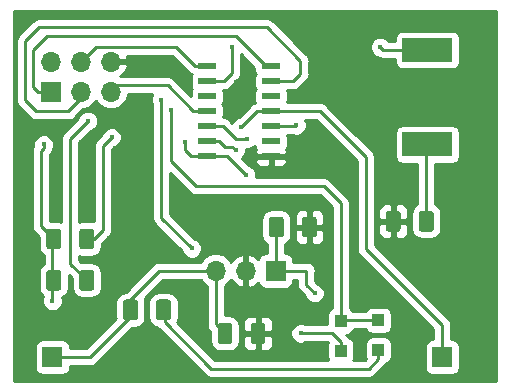
<source format=gbr>
G04 #@! TF.GenerationSoftware,KiCad,Pcbnew,(5.0.2)-1*
G04 #@! TF.CreationDate,2019-02-13T20:53:48-05:00*
G04 #@! TF.ProjectId,megadesk,6d656761-6465-4736-9b2e-6b696361645f,rev?*
G04 #@! TF.SameCoordinates,Original*
G04 #@! TF.FileFunction,Copper,L2,Bot*
G04 #@! TF.FilePolarity,Positive*
%FSLAX46Y46*%
G04 Gerber Fmt 4.6, Leading zero omitted, Abs format (unit mm)*
G04 Created by KiCad (PCBNEW (5.0.2)-1) date 2/13/2019 8:53:48 PM*
%MOMM*%
%LPD*%
G01*
G04 APERTURE LIST*
G04 #@! TA.AperFunction,SMDPad,CuDef*
%ADD10R,1.500000X0.600000*%
G04 #@! TD*
G04 #@! TA.AperFunction,SMDPad,CuDef*
%ADD11R,1.000000X1.000000*%
G04 #@! TD*
G04 #@! TA.AperFunction,ComponentPad*
%ADD12R,1.700000X1.700000*%
G04 #@! TD*
G04 #@! TA.AperFunction,ComponentPad*
%ADD13O,1.700000X1.700000*%
G04 #@! TD*
G04 #@! TA.AperFunction,SMDPad,CuDef*
%ADD14R,4.200000X2.000000*%
G04 #@! TD*
G04 #@! TA.AperFunction,Conductor*
%ADD15C,0.100000*%
G04 #@! TD*
G04 #@! TA.AperFunction,SMDPad,CuDef*
%ADD16C,1.250000*%
G04 #@! TD*
G04 #@! TA.AperFunction,ViaPad*
%ADD17C,0.450000*%
G04 #@! TD*
G04 #@! TA.AperFunction,Conductor*
%ADD18C,0.250000*%
G04 #@! TD*
G04 #@! TA.AperFunction,Conductor*
%ADD19C,0.254000*%
G04 #@! TD*
G04 APERTURE END LIST*
D10*
G04 #@! TO.P,U3,1*
G04 #@! TO.N,+5V*
X115800000Y-117600000D03*
G04 #@! TO.P,U3,2*
G04 #@! TO.N,Bup*
X115800000Y-116330000D03*
G04 #@! TO.P,U3,3*
G04 #@! TO.N,Bdown*
X115800000Y-115060000D03*
G04 #@! TO.P,U3,4*
G04 #@! TO.N,RST*
X115800000Y-113790000D03*
G04 #@! TO.P,U3,5*
G04 #@! TO.N,Net-(U3-Pad5)*
X115800000Y-112520000D03*
G04 #@! TO.P,U3,6*
G04 #@! TO.N,Net-(BZ1-Pad1)*
X115800000Y-111250000D03*
G04 #@! TO.P,U3,7*
G04 #@! TO.N,MOSI*
X115800000Y-109980000D03*
G04 #@! TO.P,U3,8*
G04 #@! TO.N,MISO*
X121200000Y-109980000D03*
G04 #@! TO.P,U3,9*
G04 #@! TO.N,SCK*
X121200000Y-111250000D03*
G04 #@! TO.P,U3,10*
G04 #@! TO.N,Net-(U3-Pad10)*
X121200000Y-112520000D03*
G04 #@! TO.P,U3,11*
G04 #@! TO.N,Net-(R3-Pad2)*
X121200000Y-113790000D03*
G04 #@! TO.P,U3,12*
G04 #@! TO.N,Net-(U3-Pad12)*
X121200000Y-115060000D03*
G04 #@! TO.P,U3,13*
G04 #@! TO.N,Net-(U3-Pad13)*
X121200000Y-116330000D03*
G04 #@! TO.P,U3,14*
G04 #@! TO.N,GND*
X121200000Y-117600000D03*
G04 #@! TD*
D11*
G04 #@! TO.P,D2,1*
G04 #@! TO.N,Net-(D2-Pad1)*
X130300000Y-134000000D03*
G04 #@! TO.P,D2,2*
G04 #@! TO.N,Net-(D1-Pad1)*
X130300000Y-131500000D03*
G04 #@! TD*
G04 #@! TO.P,D1,1*
G04 #@! TO.N,Net-(D1-Pad1)*
X127100000Y-131550000D03*
G04 #@! TO.P,D1,2*
G04 #@! TO.N,+12V*
X127100000Y-134050000D03*
G04 #@! TD*
D12*
G04 #@! TO.P,J1,1*
G04 #@! TO.N,+24V*
X121600000Y-127300000D03*
D13*
G04 #@! TO.P,J1,2*
G04 #@! TO.N,GND*
X119060000Y-127300000D03*
G04 #@! TO.P,J1,3*
G04 #@! TO.N,LINBUS*
X116520000Y-127300000D03*
G04 #@! TD*
D12*
G04 #@! TO.P,TP2,1*
G04 #@! TO.N,LINBUS*
X102700000Y-134600000D03*
G04 #@! TD*
G04 #@! TO.P,TP1,1*
G04 #@! TO.N,Net-(R3-Pad2)*
X135700000Y-134600000D03*
G04 #@! TD*
G04 #@! TO.P,CON1,1*
G04 #@! TO.N,MISO*
X102560000Y-112140000D03*
D13*
G04 #@! TO.P,CON1,2*
G04 #@! TO.N,+5V*
X102560000Y-109600000D03*
G04 #@! TO.P,CON1,3*
G04 #@! TO.N,SCK*
X105100000Y-112140000D03*
G04 #@! TO.P,CON1,4*
G04 #@! TO.N,MOSI*
X105100000Y-109600000D03*
G04 #@! TO.P,CON1,5*
G04 #@! TO.N,RST*
X107640000Y-112140000D03*
G04 #@! TO.P,CON1,6*
G04 #@! TO.N,GND*
X107640000Y-109600000D03*
G04 #@! TD*
D14*
G04 #@! TO.P,BZ1,1*
G04 #@! TO.N,Net-(BZ1-Pad1)*
X134450000Y-108600000D03*
G04 #@! TO.P,BZ1,2*
G04 #@! TO.N,Net-(BZ1-Pad2)*
X134450000Y-116600000D03*
G04 #@! TD*
D15*
G04 #@! TO.N,+24V*
G04 #@! TO.C,C1*
G36*
X122049504Y-122726204D02*
X122073773Y-122729804D01*
X122097571Y-122735765D01*
X122120671Y-122744030D01*
X122142849Y-122754520D01*
X122163893Y-122767133D01*
X122183598Y-122781747D01*
X122201777Y-122798223D01*
X122218253Y-122816402D01*
X122232867Y-122836107D01*
X122245480Y-122857151D01*
X122255970Y-122879329D01*
X122264235Y-122902429D01*
X122270196Y-122926227D01*
X122273796Y-122950496D01*
X122275000Y-122975000D01*
X122275000Y-124225000D01*
X122273796Y-124249504D01*
X122270196Y-124273773D01*
X122264235Y-124297571D01*
X122255970Y-124320671D01*
X122245480Y-124342849D01*
X122232867Y-124363893D01*
X122218253Y-124383598D01*
X122201777Y-124401777D01*
X122183598Y-124418253D01*
X122163893Y-124432867D01*
X122142849Y-124445480D01*
X122120671Y-124455970D01*
X122097571Y-124464235D01*
X122073773Y-124470196D01*
X122049504Y-124473796D01*
X122025000Y-124475000D01*
X121275000Y-124475000D01*
X121250496Y-124473796D01*
X121226227Y-124470196D01*
X121202429Y-124464235D01*
X121179329Y-124455970D01*
X121157151Y-124445480D01*
X121136107Y-124432867D01*
X121116402Y-124418253D01*
X121098223Y-124401777D01*
X121081747Y-124383598D01*
X121067133Y-124363893D01*
X121054520Y-124342849D01*
X121044030Y-124320671D01*
X121035765Y-124297571D01*
X121029804Y-124273773D01*
X121026204Y-124249504D01*
X121025000Y-124225000D01*
X121025000Y-122975000D01*
X121026204Y-122950496D01*
X121029804Y-122926227D01*
X121035765Y-122902429D01*
X121044030Y-122879329D01*
X121054520Y-122857151D01*
X121067133Y-122836107D01*
X121081747Y-122816402D01*
X121098223Y-122798223D01*
X121116402Y-122781747D01*
X121136107Y-122767133D01*
X121157151Y-122754520D01*
X121179329Y-122744030D01*
X121202429Y-122735765D01*
X121226227Y-122729804D01*
X121250496Y-122726204D01*
X121275000Y-122725000D01*
X122025000Y-122725000D01*
X122049504Y-122726204D01*
X122049504Y-122726204D01*
G37*
D16*
G04 #@! TD*
G04 #@! TO.P,C1,1*
G04 #@! TO.N,+24V*
X121650000Y-123600000D03*
D15*
G04 #@! TO.N,GND*
G04 #@! TO.C,C1*
G36*
X124849504Y-122726204D02*
X124873773Y-122729804D01*
X124897571Y-122735765D01*
X124920671Y-122744030D01*
X124942849Y-122754520D01*
X124963893Y-122767133D01*
X124983598Y-122781747D01*
X125001777Y-122798223D01*
X125018253Y-122816402D01*
X125032867Y-122836107D01*
X125045480Y-122857151D01*
X125055970Y-122879329D01*
X125064235Y-122902429D01*
X125070196Y-122926227D01*
X125073796Y-122950496D01*
X125075000Y-122975000D01*
X125075000Y-124225000D01*
X125073796Y-124249504D01*
X125070196Y-124273773D01*
X125064235Y-124297571D01*
X125055970Y-124320671D01*
X125045480Y-124342849D01*
X125032867Y-124363893D01*
X125018253Y-124383598D01*
X125001777Y-124401777D01*
X124983598Y-124418253D01*
X124963893Y-124432867D01*
X124942849Y-124445480D01*
X124920671Y-124455970D01*
X124897571Y-124464235D01*
X124873773Y-124470196D01*
X124849504Y-124473796D01*
X124825000Y-124475000D01*
X124075000Y-124475000D01*
X124050496Y-124473796D01*
X124026227Y-124470196D01*
X124002429Y-124464235D01*
X123979329Y-124455970D01*
X123957151Y-124445480D01*
X123936107Y-124432867D01*
X123916402Y-124418253D01*
X123898223Y-124401777D01*
X123881747Y-124383598D01*
X123867133Y-124363893D01*
X123854520Y-124342849D01*
X123844030Y-124320671D01*
X123835765Y-124297571D01*
X123829804Y-124273773D01*
X123826204Y-124249504D01*
X123825000Y-124225000D01*
X123825000Y-122975000D01*
X123826204Y-122950496D01*
X123829804Y-122926227D01*
X123835765Y-122902429D01*
X123844030Y-122879329D01*
X123854520Y-122857151D01*
X123867133Y-122836107D01*
X123881747Y-122816402D01*
X123898223Y-122798223D01*
X123916402Y-122781747D01*
X123936107Y-122767133D01*
X123957151Y-122754520D01*
X123979329Y-122744030D01*
X124002429Y-122735765D01*
X124026227Y-122729804D01*
X124050496Y-122726204D01*
X124075000Y-122725000D01*
X124825000Y-122725000D01*
X124849504Y-122726204D01*
X124849504Y-122726204D01*
G37*
D16*
G04 #@! TD*
G04 #@! TO.P,C1,2*
G04 #@! TO.N,GND*
X124450000Y-123600000D03*
D15*
G04 #@! TO.N,LINBUS*
G04 #@! TO.C,C6*
G36*
X117699504Y-131726204D02*
X117723773Y-131729804D01*
X117747571Y-131735765D01*
X117770671Y-131744030D01*
X117792849Y-131754520D01*
X117813893Y-131767133D01*
X117833598Y-131781747D01*
X117851777Y-131798223D01*
X117868253Y-131816402D01*
X117882867Y-131836107D01*
X117895480Y-131857151D01*
X117905970Y-131879329D01*
X117914235Y-131902429D01*
X117920196Y-131926227D01*
X117923796Y-131950496D01*
X117925000Y-131975000D01*
X117925000Y-133225000D01*
X117923796Y-133249504D01*
X117920196Y-133273773D01*
X117914235Y-133297571D01*
X117905970Y-133320671D01*
X117895480Y-133342849D01*
X117882867Y-133363893D01*
X117868253Y-133383598D01*
X117851777Y-133401777D01*
X117833598Y-133418253D01*
X117813893Y-133432867D01*
X117792849Y-133445480D01*
X117770671Y-133455970D01*
X117747571Y-133464235D01*
X117723773Y-133470196D01*
X117699504Y-133473796D01*
X117675000Y-133475000D01*
X116925000Y-133475000D01*
X116900496Y-133473796D01*
X116876227Y-133470196D01*
X116852429Y-133464235D01*
X116829329Y-133455970D01*
X116807151Y-133445480D01*
X116786107Y-133432867D01*
X116766402Y-133418253D01*
X116748223Y-133401777D01*
X116731747Y-133383598D01*
X116717133Y-133363893D01*
X116704520Y-133342849D01*
X116694030Y-133320671D01*
X116685765Y-133297571D01*
X116679804Y-133273773D01*
X116676204Y-133249504D01*
X116675000Y-133225000D01*
X116675000Y-131975000D01*
X116676204Y-131950496D01*
X116679804Y-131926227D01*
X116685765Y-131902429D01*
X116694030Y-131879329D01*
X116704520Y-131857151D01*
X116717133Y-131836107D01*
X116731747Y-131816402D01*
X116748223Y-131798223D01*
X116766402Y-131781747D01*
X116786107Y-131767133D01*
X116807151Y-131754520D01*
X116829329Y-131744030D01*
X116852429Y-131735765D01*
X116876227Y-131729804D01*
X116900496Y-131726204D01*
X116925000Y-131725000D01*
X117675000Y-131725000D01*
X117699504Y-131726204D01*
X117699504Y-131726204D01*
G37*
D16*
G04 #@! TD*
G04 #@! TO.P,C6,1*
G04 #@! TO.N,LINBUS*
X117300000Y-132600000D03*
D15*
G04 #@! TO.N,GND*
G04 #@! TO.C,C6*
G36*
X120499504Y-131726204D02*
X120523773Y-131729804D01*
X120547571Y-131735765D01*
X120570671Y-131744030D01*
X120592849Y-131754520D01*
X120613893Y-131767133D01*
X120633598Y-131781747D01*
X120651777Y-131798223D01*
X120668253Y-131816402D01*
X120682867Y-131836107D01*
X120695480Y-131857151D01*
X120705970Y-131879329D01*
X120714235Y-131902429D01*
X120720196Y-131926227D01*
X120723796Y-131950496D01*
X120725000Y-131975000D01*
X120725000Y-133225000D01*
X120723796Y-133249504D01*
X120720196Y-133273773D01*
X120714235Y-133297571D01*
X120705970Y-133320671D01*
X120695480Y-133342849D01*
X120682867Y-133363893D01*
X120668253Y-133383598D01*
X120651777Y-133401777D01*
X120633598Y-133418253D01*
X120613893Y-133432867D01*
X120592849Y-133445480D01*
X120570671Y-133455970D01*
X120547571Y-133464235D01*
X120523773Y-133470196D01*
X120499504Y-133473796D01*
X120475000Y-133475000D01*
X119725000Y-133475000D01*
X119700496Y-133473796D01*
X119676227Y-133470196D01*
X119652429Y-133464235D01*
X119629329Y-133455970D01*
X119607151Y-133445480D01*
X119586107Y-133432867D01*
X119566402Y-133418253D01*
X119548223Y-133401777D01*
X119531747Y-133383598D01*
X119517133Y-133363893D01*
X119504520Y-133342849D01*
X119494030Y-133320671D01*
X119485765Y-133297571D01*
X119479804Y-133273773D01*
X119476204Y-133249504D01*
X119475000Y-133225000D01*
X119475000Y-131975000D01*
X119476204Y-131950496D01*
X119479804Y-131926227D01*
X119485765Y-131902429D01*
X119494030Y-131879329D01*
X119504520Y-131857151D01*
X119517133Y-131836107D01*
X119531747Y-131816402D01*
X119548223Y-131798223D01*
X119566402Y-131781747D01*
X119586107Y-131767133D01*
X119607151Y-131754520D01*
X119629329Y-131744030D01*
X119652429Y-131735765D01*
X119676227Y-131729804D01*
X119700496Y-131726204D01*
X119725000Y-131725000D01*
X120475000Y-131725000D01*
X120499504Y-131726204D01*
X120499504Y-131726204D01*
G37*
D16*
G04 #@! TD*
G04 #@! TO.P,C6,2*
G04 #@! TO.N,GND*
X120100000Y-132600000D03*
D15*
G04 #@! TO.N,Net-(BZ1-Pad2)*
G04 #@! TO.C,R1*
G36*
X134749504Y-122226204D02*
X134773773Y-122229804D01*
X134797571Y-122235765D01*
X134820671Y-122244030D01*
X134842849Y-122254520D01*
X134863893Y-122267133D01*
X134883598Y-122281747D01*
X134901777Y-122298223D01*
X134918253Y-122316402D01*
X134932867Y-122336107D01*
X134945480Y-122357151D01*
X134955970Y-122379329D01*
X134964235Y-122402429D01*
X134970196Y-122426227D01*
X134973796Y-122450496D01*
X134975000Y-122475000D01*
X134975000Y-123725000D01*
X134973796Y-123749504D01*
X134970196Y-123773773D01*
X134964235Y-123797571D01*
X134955970Y-123820671D01*
X134945480Y-123842849D01*
X134932867Y-123863893D01*
X134918253Y-123883598D01*
X134901777Y-123901777D01*
X134883598Y-123918253D01*
X134863893Y-123932867D01*
X134842849Y-123945480D01*
X134820671Y-123955970D01*
X134797571Y-123964235D01*
X134773773Y-123970196D01*
X134749504Y-123973796D01*
X134725000Y-123975000D01*
X133975000Y-123975000D01*
X133950496Y-123973796D01*
X133926227Y-123970196D01*
X133902429Y-123964235D01*
X133879329Y-123955970D01*
X133857151Y-123945480D01*
X133836107Y-123932867D01*
X133816402Y-123918253D01*
X133798223Y-123901777D01*
X133781747Y-123883598D01*
X133767133Y-123863893D01*
X133754520Y-123842849D01*
X133744030Y-123820671D01*
X133735765Y-123797571D01*
X133729804Y-123773773D01*
X133726204Y-123749504D01*
X133725000Y-123725000D01*
X133725000Y-122475000D01*
X133726204Y-122450496D01*
X133729804Y-122426227D01*
X133735765Y-122402429D01*
X133744030Y-122379329D01*
X133754520Y-122357151D01*
X133767133Y-122336107D01*
X133781747Y-122316402D01*
X133798223Y-122298223D01*
X133816402Y-122281747D01*
X133836107Y-122267133D01*
X133857151Y-122254520D01*
X133879329Y-122244030D01*
X133902429Y-122235765D01*
X133926227Y-122229804D01*
X133950496Y-122226204D01*
X133975000Y-122225000D01*
X134725000Y-122225000D01*
X134749504Y-122226204D01*
X134749504Y-122226204D01*
G37*
D16*
G04 #@! TD*
G04 #@! TO.P,R1,1*
G04 #@! TO.N,Net-(BZ1-Pad2)*
X134350000Y-123100000D03*
D15*
G04 #@! TO.N,GND*
G04 #@! TO.C,R1*
G36*
X131949504Y-122226204D02*
X131973773Y-122229804D01*
X131997571Y-122235765D01*
X132020671Y-122244030D01*
X132042849Y-122254520D01*
X132063893Y-122267133D01*
X132083598Y-122281747D01*
X132101777Y-122298223D01*
X132118253Y-122316402D01*
X132132867Y-122336107D01*
X132145480Y-122357151D01*
X132155970Y-122379329D01*
X132164235Y-122402429D01*
X132170196Y-122426227D01*
X132173796Y-122450496D01*
X132175000Y-122475000D01*
X132175000Y-123725000D01*
X132173796Y-123749504D01*
X132170196Y-123773773D01*
X132164235Y-123797571D01*
X132155970Y-123820671D01*
X132145480Y-123842849D01*
X132132867Y-123863893D01*
X132118253Y-123883598D01*
X132101777Y-123901777D01*
X132083598Y-123918253D01*
X132063893Y-123932867D01*
X132042849Y-123945480D01*
X132020671Y-123955970D01*
X131997571Y-123964235D01*
X131973773Y-123970196D01*
X131949504Y-123973796D01*
X131925000Y-123975000D01*
X131175000Y-123975000D01*
X131150496Y-123973796D01*
X131126227Y-123970196D01*
X131102429Y-123964235D01*
X131079329Y-123955970D01*
X131057151Y-123945480D01*
X131036107Y-123932867D01*
X131016402Y-123918253D01*
X130998223Y-123901777D01*
X130981747Y-123883598D01*
X130967133Y-123863893D01*
X130954520Y-123842849D01*
X130944030Y-123820671D01*
X130935765Y-123797571D01*
X130929804Y-123773773D01*
X130926204Y-123749504D01*
X130925000Y-123725000D01*
X130925000Y-122475000D01*
X130926204Y-122450496D01*
X130929804Y-122426227D01*
X130935765Y-122402429D01*
X130944030Y-122379329D01*
X130954520Y-122357151D01*
X130967133Y-122336107D01*
X130981747Y-122316402D01*
X130998223Y-122298223D01*
X131016402Y-122281747D01*
X131036107Y-122267133D01*
X131057151Y-122254520D01*
X131079329Y-122244030D01*
X131102429Y-122235765D01*
X131126227Y-122229804D01*
X131150496Y-122226204D01*
X131175000Y-122225000D01*
X131925000Y-122225000D01*
X131949504Y-122226204D01*
X131949504Y-122226204D01*
G37*
D16*
G04 #@! TD*
G04 #@! TO.P,R1,2*
G04 #@! TO.N,GND*
X131550000Y-123100000D03*
D15*
G04 #@! TO.N,+5V*
G04 #@! TO.C,R3*
G36*
X103199504Y-123726204D02*
X103223773Y-123729804D01*
X103247571Y-123735765D01*
X103270671Y-123744030D01*
X103292849Y-123754520D01*
X103313893Y-123767133D01*
X103333598Y-123781747D01*
X103351777Y-123798223D01*
X103368253Y-123816402D01*
X103382867Y-123836107D01*
X103395480Y-123857151D01*
X103405970Y-123879329D01*
X103414235Y-123902429D01*
X103420196Y-123926227D01*
X103423796Y-123950496D01*
X103425000Y-123975000D01*
X103425000Y-125225000D01*
X103423796Y-125249504D01*
X103420196Y-125273773D01*
X103414235Y-125297571D01*
X103405970Y-125320671D01*
X103395480Y-125342849D01*
X103382867Y-125363893D01*
X103368253Y-125383598D01*
X103351777Y-125401777D01*
X103333598Y-125418253D01*
X103313893Y-125432867D01*
X103292849Y-125445480D01*
X103270671Y-125455970D01*
X103247571Y-125464235D01*
X103223773Y-125470196D01*
X103199504Y-125473796D01*
X103175000Y-125475000D01*
X102425000Y-125475000D01*
X102400496Y-125473796D01*
X102376227Y-125470196D01*
X102352429Y-125464235D01*
X102329329Y-125455970D01*
X102307151Y-125445480D01*
X102286107Y-125432867D01*
X102266402Y-125418253D01*
X102248223Y-125401777D01*
X102231747Y-125383598D01*
X102217133Y-125363893D01*
X102204520Y-125342849D01*
X102194030Y-125320671D01*
X102185765Y-125297571D01*
X102179804Y-125273773D01*
X102176204Y-125249504D01*
X102175000Y-125225000D01*
X102175000Y-123975000D01*
X102176204Y-123950496D01*
X102179804Y-123926227D01*
X102185765Y-123902429D01*
X102194030Y-123879329D01*
X102204520Y-123857151D01*
X102217133Y-123836107D01*
X102231747Y-123816402D01*
X102248223Y-123798223D01*
X102266402Y-123781747D01*
X102286107Y-123767133D01*
X102307151Y-123754520D01*
X102329329Y-123744030D01*
X102352429Y-123735765D01*
X102376227Y-123729804D01*
X102400496Y-123726204D01*
X102425000Y-123725000D01*
X103175000Y-123725000D01*
X103199504Y-123726204D01*
X103199504Y-123726204D01*
G37*
D16*
G04 #@! TD*
G04 #@! TO.P,R3,1*
G04 #@! TO.N,+5V*
X102800000Y-124600000D03*
D15*
G04 #@! TO.N,Net-(R3-Pad2)*
G04 #@! TO.C,R3*
G36*
X105999504Y-123726204D02*
X106023773Y-123729804D01*
X106047571Y-123735765D01*
X106070671Y-123744030D01*
X106092849Y-123754520D01*
X106113893Y-123767133D01*
X106133598Y-123781747D01*
X106151777Y-123798223D01*
X106168253Y-123816402D01*
X106182867Y-123836107D01*
X106195480Y-123857151D01*
X106205970Y-123879329D01*
X106214235Y-123902429D01*
X106220196Y-123926227D01*
X106223796Y-123950496D01*
X106225000Y-123975000D01*
X106225000Y-125225000D01*
X106223796Y-125249504D01*
X106220196Y-125273773D01*
X106214235Y-125297571D01*
X106205970Y-125320671D01*
X106195480Y-125342849D01*
X106182867Y-125363893D01*
X106168253Y-125383598D01*
X106151777Y-125401777D01*
X106133598Y-125418253D01*
X106113893Y-125432867D01*
X106092849Y-125445480D01*
X106070671Y-125455970D01*
X106047571Y-125464235D01*
X106023773Y-125470196D01*
X105999504Y-125473796D01*
X105975000Y-125475000D01*
X105225000Y-125475000D01*
X105200496Y-125473796D01*
X105176227Y-125470196D01*
X105152429Y-125464235D01*
X105129329Y-125455970D01*
X105107151Y-125445480D01*
X105086107Y-125432867D01*
X105066402Y-125418253D01*
X105048223Y-125401777D01*
X105031747Y-125383598D01*
X105017133Y-125363893D01*
X105004520Y-125342849D01*
X104994030Y-125320671D01*
X104985765Y-125297571D01*
X104979804Y-125273773D01*
X104976204Y-125249504D01*
X104975000Y-125225000D01*
X104975000Y-123975000D01*
X104976204Y-123950496D01*
X104979804Y-123926227D01*
X104985765Y-123902429D01*
X104994030Y-123879329D01*
X105004520Y-123857151D01*
X105017133Y-123836107D01*
X105031747Y-123816402D01*
X105048223Y-123798223D01*
X105066402Y-123781747D01*
X105086107Y-123767133D01*
X105107151Y-123754520D01*
X105129329Y-123744030D01*
X105152429Y-123735765D01*
X105176227Y-123729804D01*
X105200496Y-123726204D01*
X105225000Y-123725000D01*
X105975000Y-123725000D01*
X105999504Y-123726204D01*
X105999504Y-123726204D01*
G37*
D16*
G04 #@! TD*
G04 #@! TO.P,R3,2*
G04 #@! TO.N,Net-(R3-Pad2)*
X105600000Y-124600000D03*
D15*
G04 #@! TO.N,+5V*
G04 #@! TO.C,R4*
G36*
X103199504Y-127226204D02*
X103223773Y-127229804D01*
X103247571Y-127235765D01*
X103270671Y-127244030D01*
X103292849Y-127254520D01*
X103313893Y-127267133D01*
X103333598Y-127281747D01*
X103351777Y-127298223D01*
X103368253Y-127316402D01*
X103382867Y-127336107D01*
X103395480Y-127357151D01*
X103405970Y-127379329D01*
X103414235Y-127402429D01*
X103420196Y-127426227D01*
X103423796Y-127450496D01*
X103425000Y-127475000D01*
X103425000Y-128725000D01*
X103423796Y-128749504D01*
X103420196Y-128773773D01*
X103414235Y-128797571D01*
X103405970Y-128820671D01*
X103395480Y-128842849D01*
X103382867Y-128863893D01*
X103368253Y-128883598D01*
X103351777Y-128901777D01*
X103333598Y-128918253D01*
X103313893Y-128932867D01*
X103292849Y-128945480D01*
X103270671Y-128955970D01*
X103247571Y-128964235D01*
X103223773Y-128970196D01*
X103199504Y-128973796D01*
X103175000Y-128975000D01*
X102425000Y-128975000D01*
X102400496Y-128973796D01*
X102376227Y-128970196D01*
X102352429Y-128964235D01*
X102329329Y-128955970D01*
X102307151Y-128945480D01*
X102286107Y-128932867D01*
X102266402Y-128918253D01*
X102248223Y-128901777D01*
X102231747Y-128883598D01*
X102217133Y-128863893D01*
X102204520Y-128842849D01*
X102194030Y-128820671D01*
X102185765Y-128797571D01*
X102179804Y-128773773D01*
X102176204Y-128749504D01*
X102175000Y-128725000D01*
X102175000Y-127475000D01*
X102176204Y-127450496D01*
X102179804Y-127426227D01*
X102185765Y-127402429D01*
X102194030Y-127379329D01*
X102204520Y-127357151D01*
X102217133Y-127336107D01*
X102231747Y-127316402D01*
X102248223Y-127298223D01*
X102266402Y-127281747D01*
X102286107Y-127267133D01*
X102307151Y-127254520D01*
X102329329Y-127244030D01*
X102352429Y-127235765D01*
X102376227Y-127229804D01*
X102400496Y-127226204D01*
X102425000Y-127225000D01*
X103175000Y-127225000D01*
X103199504Y-127226204D01*
X103199504Y-127226204D01*
G37*
D16*
G04 #@! TD*
G04 #@! TO.P,R4,2*
G04 #@! TO.N,+5V*
X102800000Y-128100000D03*
D15*
G04 #@! TO.N,Net-(R4-Pad1)*
G04 #@! TO.C,R4*
G36*
X105999504Y-127226204D02*
X106023773Y-127229804D01*
X106047571Y-127235765D01*
X106070671Y-127244030D01*
X106092849Y-127254520D01*
X106113893Y-127267133D01*
X106133598Y-127281747D01*
X106151777Y-127298223D01*
X106168253Y-127316402D01*
X106182867Y-127336107D01*
X106195480Y-127357151D01*
X106205970Y-127379329D01*
X106214235Y-127402429D01*
X106220196Y-127426227D01*
X106223796Y-127450496D01*
X106225000Y-127475000D01*
X106225000Y-128725000D01*
X106223796Y-128749504D01*
X106220196Y-128773773D01*
X106214235Y-128797571D01*
X106205970Y-128820671D01*
X106195480Y-128842849D01*
X106182867Y-128863893D01*
X106168253Y-128883598D01*
X106151777Y-128901777D01*
X106133598Y-128918253D01*
X106113893Y-128932867D01*
X106092849Y-128945480D01*
X106070671Y-128955970D01*
X106047571Y-128964235D01*
X106023773Y-128970196D01*
X105999504Y-128973796D01*
X105975000Y-128975000D01*
X105225000Y-128975000D01*
X105200496Y-128973796D01*
X105176227Y-128970196D01*
X105152429Y-128964235D01*
X105129329Y-128955970D01*
X105107151Y-128945480D01*
X105086107Y-128932867D01*
X105066402Y-128918253D01*
X105048223Y-128901777D01*
X105031747Y-128883598D01*
X105017133Y-128863893D01*
X105004520Y-128842849D01*
X104994030Y-128820671D01*
X104985765Y-128797571D01*
X104979804Y-128773773D01*
X104976204Y-128749504D01*
X104975000Y-128725000D01*
X104975000Y-127475000D01*
X104976204Y-127450496D01*
X104979804Y-127426227D01*
X104985765Y-127402429D01*
X104994030Y-127379329D01*
X105004520Y-127357151D01*
X105017133Y-127336107D01*
X105031747Y-127316402D01*
X105048223Y-127298223D01*
X105066402Y-127281747D01*
X105086107Y-127267133D01*
X105107151Y-127254520D01*
X105129329Y-127244030D01*
X105152429Y-127235765D01*
X105176227Y-127229804D01*
X105200496Y-127226204D01*
X105225000Y-127225000D01*
X105975000Y-127225000D01*
X105999504Y-127226204D01*
X105999504Y-127226204D01*
G37*
D16*
G04 #@! TD*
G04 #@! TO.P,R4,1*
G04 #@! TO.N,Net-(R4-Pad1)*
X105600000Y-128100000D03*
D15*
G04 #@! TO.N,Net-(D2-Pad1)*
G04 #@! TO.C,R6*
G36*
X112499504Y-129726204D02*
X112523773Y-129729804D01*
X112547571Y-129735765D01*
X112570671Y-129744030D01*
X112592849Y-129754520D01*
X112613893Y-129767133D01*
X112633598Y-129781747D01*
X112651777Y-129798223D01*
X112668253Y-129816402D01*
X112682867Y-129836107D01*
X112695480Y-129857151D01*
X112705970Y-129879329D01*
X112714235Y-129902429D01*
X112720196Y-129926227D01*
X112723796Y-129950496D01*
X112725000Y-129975000D01*
X112725000Y-131225000D01*
X112723796Y-131249504D01*
X112720196Y-131273773D01*
X112714235Y-131297571D01*
X112705970Y-131320671D01*
X112695480Y-131342849D01*
X112682867Y-131363893D01*
X112668253Y-131383598D01*
X112651777Y-131401777D01*
X112633598Y-131418253D01*
X112613893Y-131432867D01*
X112592849Y-131445480D01*
X112570671Y-131455970D01*
X112547571Y-131464235D01*
X112523773Y-131470196D01*
X112499504Y-131473796D01*
X112475000Y-131475000D01*
X111725000Y-131475000D01*
X111700496Y-131473796D01*
X111676227Y-131470196D01*
X111652429Y-131464235D01*
X111629329Y-131455970D01*
X111607151Y-131445480D01*
X111586107Y-131432867D01*
X111566402Y-131418253D01*
X111548223Y-131401777D01*
X111531747Y-131383598D01*
X111517133Y-131363893D01*
X111504520Y-131342849D01*
X111494030Y-131320671D01*
X111485765Y-131297571D01*
X111479804Y-131273773D01*
X111476204Y-131249504D01*
X111475000Y-131225000D01*
X111475000Y-129975000D01*
X111476204Y-129950496D01*
X111479804Y-129926227D01*
X111485765Y-129902429D01*
X111494030Y-129879329D01*
X111504520Y-129857151D01*
X111517133Y-129836107D01*
X111531747Y-129816402D01*
X111548223Y-129798223D01*
X111566402Y-129781747D01*
X111586107Y-129767133D01*
X111607151Y-129754520D01*
X111629329Y-129744030D01*
X111652429Y-129735765D01*
X111676227Y-129729804D01*
X111700496Y-129726204D01*
X111725000Y-129725000D01*
X112475000Y-129725000D01*
X112499504Y-129726204D01*
X112499504Y-129726204D01*
G37*
D16*
G04 #@! TD*
G04 #@! TO.P,R6,1*
G04 #@! TO.N,Net-(D2-Pad1)*
X112100000Y-130600000D03*
D15*
G04 #@! TO.N,LINBUS*
G04 #@! TO.C,R6*
G36*
X109699504Y-129726204D02*
X109723773Y-129729804D01*
X109747571Y-129735765D01*
X109770671Y-129744030D01*
X109792849Y-129754520D01*
X109813893Y-129767133D01*
X109833598Y-129781747D01*
X109851777Y-129798223D01*
X109868253Y-129816402D01*
X109882867Y-129836107D01*
X109895480Y-129857151D01*
X109905970Y-129879329D01*
X109914235Y-129902429D01*
X109920196Y-129926227D01*
X109923796Y-129950496D01*
X109925000Y-129975000D01*
X109925000Y-131225000D01*
X109923796Y-131249504D01*
X109920196Y-131273773D01*
X109914235Y-131297571D01*
X109905970Y-131320671D01*
X109895480Y-131342849D01*
X109882867Y-131363893D01*
X109868253Y-131383598D01*
X109851777Y-131401777D01*
X109833598Y-131418253D01*
X109813893Y-131432867D01*
X109792849Y-131445480D01*
X109770671Y-131455970D01*
X109747571Y-131464235D01*
X109723773Y-131470196D01*
X109699504Y-131473796D01*
X109675000Y-131475000D01*
X108925000Y-131475000D01*
X108900496Y-131473796D01*
X108876227Y-131470196D01*
X108852429Y-131464235D01*
X108829329Y-131455970D01*
X108807151Y-131445480D01*
X108786107Y-131432867D01*
X108766402Y-131418253D01*
X108748223Y-131401777D01*
X108731747Y-131383598D01*
X108717133Y-131363893D01*
X108704520Y-131342849D01*
X108694030Y-131320671D01*
X108685765Y-131297571D01*
X108679804Y-131273773D01*
X108676204Y-131249504D01*
X108675000Y-131225000D01*
X108675000Y-129975000D01*
X108676204Y-129950496D01*
X108679804Y-129926227D01*
X108685765Y-129902429D01*
X108694030Y-129879329D01*
X108704520Y-129857151D01*
X108717133Y-129836107D01*
X108731747Y-129816402D01*
X108748223Y-129798223D01*
X108766402Y-129781747D01*
X108786107Y-129767133D01*
X108807151Y-129754520D01*
X108829329Y-129744030D01*
X108852429Y-129735765D01*
X108876227Y-129729804D01*
X108900496Y-129726204D01*
X108925000Y-129725000D01*
X109675000Y-129725000D01*
X109699504Y-129726204D01*
X109699504Y-129726204D01*
G37*
D16*
G04 #@! TD*
G04 #@! TO.P,R6,2*
G04 #@! TO.N,LINBUS*
X109300000Y-130600000D03*
D17*
G04 #@! TO.N,+5V*
X113900000Y-116400000D03*
X119100000Y-119200000D03*
X102700000Y-129850000D03*
X101950000Y-116600000D03*
G04 #@! TO.N,GND*
X118200000Y-111350000D03*
X122450000Y-105850000D03*
G04 #@! TO.N,+12V*
X123700000Y-132600000D03*
G04 #@! TO.N,LINBUS*
X111900000Y-112800000D03*
X114500000Y-125400000D03*
G04 #@! TO.N,+24V*
X124900000Y-129200000D03*
G04 #@! TO.N,Net-(U3-Pad12)*
X123352840Y-114990696D03*
G04 #@! TO.N,Net-(D1-Pad1)*
X112700000Y-113669537D03*
G04 #@! TO.N,Net-(R3-Pad2)*
X118700000Y-115100000D03*
X107700000Y-115999990D03*
G04 #@! TO.N,Net-(R4-Pad1)*
X105700000Y-114600000D03*
G04 #@! TO.N,Bup*
X118200000Y-117100000D03*
G04 #@! TO.N,Bdown*
X119200000Y-116100000D03*
G04 #@! TO.N,Net-(BZ1-Pad1)*
X117875000Y-108350000D03*
X130450000Y-108350000D03*
G04 #@! TD*
D18*
G04 #@! TO.N,+5V*
X117500000Y-117600000D02*
X115800000Y-117600000D01*
X119100000Y-119200000D02*
X117500000Y-117600000D01*
X102700000Y-125100000D02*
X102700000Y-127600000D01*
X102700000Y-128200000D02*
X102800000Y-128100000D01*
X102700000Y-129850000D02*
X102700000Y-128200000D01*
X113900000Y-117050000D02*
X113900000Y-116400000D01*
X115800000Y-117600000D02*
X114450000Y-117600000D01*
X114450000Y-117600000D02*
X113900000Y-117050000D01*
X101950000Y-116918198D02*
X101950000Y-116600000D01*
X101700000Y-117168198D02*
X101950000Y-116918198D01*
X102800000Y-124600000D02*
X101700000Y-123500000D01*
X101700000Y-123500000D02*
X101700000Y-117168198D01*
G04 #@! TO.N,+12V*
X127100000Y-133300000D02*
X127100000Y-134050000D01*
X126400000Y-132600000D02*
X127100000Y-133300000D01*
X123700000Y-132600000D02*
X126400000Y-132600000D01*
G04 #@! TO.N,LINBUS*
X114500000Y-125400000D02*
X111900000Y-122800000D01*
X111900000Y-122800000D02*
X111900000Y-112800000D01*
X116150000Y-127300000D02*
X116520000Y-127300000D01*
X111750000Y-127300000D02*
X116520000Y-127300000D01*
X109200000Y-129850000D02*
X111750000Y-127300000D01*
X109200000Y-131250000D02*
X109200000Y-129850000D01*
X102700000Y-134600000D02*
X105850000Y-134600000D01*
X105850000Y-134600000D02*
X109200000Y-131250000D01*
X116520000Y-131820000D02*
X117300000Y-132600000D01*
X116520000Y-127300000D02*
X116520000Y-131820000D01*
G04 #@! TO.N,MISO*
X120750000Y-109980000D02*
X121200000Y-109980000D01*
X102243926Y-107451791D02*
X118221791Y-107451791D01*
X118221791Y-107451791D02*
X120750000Y-109980000D01*
X101052834Y-108642883D02*
X102243926Y-107451791D01*
X101052834Y-111732834D02*
X101052834Y-108642883D01*
X101460000Y-112140000D02*
X101052834Y-111732834D01*
X102560000Y-112140000D02*
X101460000Y-112140000D01*
G04 #@! TO.N,SCK*
X105100000Y-112140000D02*
X105100000Y-112705286D01*
X100381951Y-107869249D02*
X101585024Y-106666176D01*
X105100000Y-112705286D02*
X104017895Y-113787391D01*
X104017895Y-113787391D02*
X101306257Y-113787391D01*
X101306257Y-113787391D02*
X100381951Y-112863085D01*
X123050000Y-111250000D02*
X121200000Y-111250000D01*
X100381951Y-112863085D02*
X100381951Y-107869249D01*
X120843038Y-106666176D02*
X123696329Y-109519467D01*
X101585024Y-106666176D02*
X120843038Y-106666176D01*
X123696329Y-109519467D02*
X123696329Y-110603671D01*
X123696329Y-110603671D02*
X123050000Y-111250000D01*
G04 #@! TO.N,MOSI*
X105100000Y-109600000D02*
X106375001Y-108324999D01*
X106375001Y-108324999D02*
X113144999Y-108324999D01*
X113144999Y-108324999D02*
X114800000Y-109980000D01*
X114800000Y-109980000D02*
X115800000Y-109980000D01*
G04 #@! TO.N,RST*
X115797391Y-113787391D02*
X115800000Y-113790000D01*
X114637391Y-113787391D02*
X115797391Y-113787391D01*
X112450000Y-111600000D02*
X114637391Y-113787391D01*
X107640000Y-112140000D02*
X108180000Y-111600000D01*
X108180000Y-111600000D02*
X112450000Y-111600000D01*
G04 #@! TO.N,+24V*
X121600000Y-123650000D02*
X121650000Y-123600000D01*
X121600000Y-127300000D02*
X121600000Y-123650000D01*
X124200000Y-127300000D02*
X121600000Y-127300000D01*
X124900000Y-129200000D02*
X124200000Y-128500000D01*
X124200000Y-128500000D02*
X124200000Y-127300000D01*
G04 #@! TO.N,Net-(U3-Pad12)*
X123283536Y-115060000D02*
X123352840Y-114990696D01*
X121200000Y-115060000D02*
X123283536Y-115060000D01*
G04 #@! TO.N,Net-(D1-Pad1)*
X127100000Y-131550000D02*
X127100000Y-121588027D01*
X127100000Y-121588027D02*
X125660308Y-120148335D01*
X125660308Y-120148335D02*
X114848335Y-120148335D01*
X114848335Y-120148335D02*
X112700000Y-118000000D01*
X112700000Y-118000000D02*
X112700000Y-113669537D01*
X130300000Y-131500000D02*
X127150000Y-131500000D01*
X127150000Y-131500000D02*
X127100000Y-131550000D01*
G04 #@! TO.N,Net-(D2-Pad1)*
X130300000Y-134750000D02*
X130300000Y-134000000D01*
X129468141Y-135581859D02*
X130300000Y-134750000D01*
X116131565Y-135581859D02*
X129468141Y-135581859D01*
X112200000Y-130600000D02*
X112200000Y-131650294D01*
X112200000Y-131650294D02*
X116131565Y-135581859D01*
G04 #@! TO.N,Net-(R3-Pad2)*
X135700000Y-134600000D02*
X135695900Y-134595900D01*
X135695900Y-134595900D02*
X135695900Y-131899958D01*
X135695900Y-131899958D02*
X129231679Y-125435737D01*
X129231679Y-125435737D02*
X129231679Y-117662871D01*
X129231679Y-117662871D02*
X125358808Y-113790000D01*
X125358808Y-113790000D02*
X121200000Y-113790000D01*
X121200000Y-113790000D02*
X120010000Y-113790000D01*
X120010000Y-113790000D02*
X118700000Y-115100000D01*
X106950000Y-116749990D02*
X107700000Y-115999990D01*
X106200000Y-124600000D02*
X106950000Y-123850000D01*
X106950000Y-123850000D02*
X106950000Y-116749990D01*
G04 #@! TO.N,Net-(R4-Pad1)*
X105700000Y-114600000D02*
X104200000Y-116100000D01*
X104200000Y-116100000D02*
X104200000Y-126712449D01*
X104200000Y-126712449D02*
X105587551Y-128100000D01*
G04 #@! TO.N,Bup*
X118200000Y-117100000D02*
X117900001Y-116800001D01*
X117900001Y-116800001D02*
X117270001Y-116800001D01*
X117270001Y-116800001D02*
X116800000Y-116330000D01*
X116800000Y-116330000D02*
X115800000Y-116330000D01*
G04 #@! TO.N,Bdown*
X118200000Y-116100000D02*
X117160000Y-115060000D01*
X117160000Y-115060000D02*
X115800000Y-115060000D01*
X119200000Y-116100000D02*
X118200000Y-116100000D01*
X116250000Y-115060000D02*
X115800000Y-115060000D01*
G04 #@! TO.N,Net-(BZ1-Pad1)*
X117875000Y-108350000D02*
X117875000Y-110585932D01*
X117875000Y-110585932D02*
X117210932Y-111250000D01*
X117210932Y-111250000D02*
X115800000Y-111250000D01*
X134450000Y-108600000D02*
X130700000Y-108600000D01*
X130700000Y-108600000D02*
X130450000Y-108350000D01*
G04 #@! TO.N,Net-(BZ1-Pad2)*
X134350000Y-116700000D02*
X134450000Y-116600000D01*
X134350000Y-123100000D02*
X134350000Y-116700000D01*
G04 #@! TD*
D19*
G04 #@! TO.N,GND*
G36*
X140240000Y-136640000D02*
X99410000Y-136640000D01*
X99410000Y-133750000D01*
X101202560Y-133750000D01*
X101202560Y-135450000D01*
X101251843Y-135697765D01*
X101392191Y-135907809D01*
X101602235Y-136048157D01*
X101850000Y-136097440D01*
X103550000Y-136097440D01*
X103797765Y-136048157D01*
X104007809Y-135907809D01*
X104148157Y-135697765D01*
X104197440Y-135450000D01*
X104197440Y-135360000D01*
X105775153Y-135360000D01*
X105850000Y-135374888D01*
X105924847Y-135360000D01*
X105924852Y-135360000D01*
X106146537Y-135315904D01*
X106397929Y-135147929D01*
X106440331Y-135084470D01*
X109402363Y-132122440D01*
X109675000Y-132122440D01*
X110018435Y-132054126D01*
X110309586Y-131859586D01*
X110504126Y-131568435D01*
X110572440Y-131225000D01*
X110572440Y-129975000D01*
X110504126Y-129631565D01*
X110499764Y-129625037D01*
X112064802Y-128060000D01*
X115241822Y-128060000D01*
X115449375Y-128370625D01*
X115760000Y-128578178D01*
X115760001Y-131745148D01*
X115745112Y-131820000D01*
X115760001Y-131894852D01*
X115804097Y-132116537D01*
X115972072Y-132367929D01*
X116027560Y-132405005D01*
X116027560Y-133225000D01*
X116095874Y-133568435D01*
X116290414Y-133859586D01*
X116581565Y-134054126D01*
X116925000Y-134122440D01*
X117675000Y-134122440D01*
X118018435Y-134054126D01*
X118309586Y-133859586D01*
X118504126Y-133568435D01*
X118572440Y-133225000D01*
X118572440Y-132885750D01*
X118840000Y-132885750D01*
X118840000Y-133601310D01*
X118936673Y-133834699D01*
X119115302Y-134013327D01*
X119348691Y-134110000D01*
X119814250Y-134110000D01*
X119973000Y-133951250D01*
X119973000Y-132727000D01*
X120227000Y-132727000D01*
X120227000Y-133951250D01*
X120385750Y-134110000D01*
X120851309Y-134110000D01*
X121084698Y-134013327D01*
X121263327Y-133834699D01*
X121360000Y-133601310D01*
X121360000Y-132885750D01*
X121201250Y-132727000D01*
X120227000Y-132727000D01*
X119973000Y-132727000D01*
X118998750Y-132727000D01*
X118840000Y-132885750D01*
X118572440Y-132885750D01*
X118572440Y-131975000D01*
X118504126Y-131631565D01*
X118482160Y-131598690D01*
X118840000Y-131598690D01*
X118840000Y-132314250D01*
X118998750Y-132473000D01*
X119973000Y-132473000D01*
X119973000Y-131248750D01*
X120227000Y-131248750D01*
X120227000Y-132473000D01*
X121201250Y-132473000D01*
X121360000Y-132314250D01*
X121360000Y-131598690D01*
X121263327Y-131365301D01*
X121084698Y-131186673D01*
X120851309Y-131090000D01*
X120385750Y-131090000D01*
X120227000Y-131248750D01*
X119973000Y-131248750D01*
X119814250Y-131090000D01*
X119348691Y-131090000D01*
X119115302Y-131186673D01*
X118936673Y-131365301D01*
X118840000Y-131598690D01*
X118482160Y-131598690D01*
X118309586Y-131340414D01*
X118018435Y-131145874D01*
X117675000Y-131077560D01*
X117280000Y-131077560D01*
X117280000Y-128578178D01*
X117590625Y-128370625D01*
X117803843Y-128051522D01*
X117864817Y-128181358D01*
X118293076Y-128571645D01*
X118703110Y-128741476D01*
X118933000Y-128620155D01*
X118933000Y-127427000D01*
X118913000Y-127427000D01*
X118913000Y-127173000D01*
X118933000Y-127173000D01*
X118933000Y-125979845D01*
X119187000Y-125979845D01*
X119187000Y-127173000D01*
X119207000Y-127173000D01*
X119207000Y-127427000D01*
X119187000Y-127427000D01*
X119187000Y-128620155D01*
X119416890Y-128741476D01*
X119826924Y-128571645D01*
X120131261Y-128294292D01*
X120151843Y-128397765D01*
X120292191Y-128607809D01*
X120502235Y-128748157D01*
X120750000Y-128797440D01*
X122450000Y-128797440D01*
X122697765Y-128748157D01*
X122907809Y-128607809D01*
X123048157Y-128397765D01*
X123097440Y-128150000D01*
X123097440Y-128060000D01*
X123440000Y-128060000D01*
X123440000Y-128425153D01*
X123425112Y-128500000D01*
X123440000Y-128574847D01*
X123440000Y-128574851D01*
X123484096Y-128796536D01*
X123652071Y-129047929D01*
X123715529Y-129090330D01*
X124070927Y-129445729D01*
X124170928Y-129687151D01*
X124412849Y-129929072D01*
X124728935Y-130060000D01*
X125071065Y-130060000D01*
X125387151Y-129929072D01*
X125629072Y-129687151D01*
X125760000Y-129371065D01*
X125760000Y-129028935D01*
X125629072Y-128712849D01*
X125387151Y-128470928D01*
X125145729Y-128370927D01*
X124960000Y-128185198D01*
X124960000Y-127374851D01*
X124974889Y-127300000D01*
X124915904Y-127003463D01*
X124747929Y-126752071D01*
X124496537Y-126584096D01*
X124274852Y-126540000D01*
X124200000Y-126525111D01*
X124125148Y-126540000D01*
X123097440Y-126540000D01*
X123097440Y-126450000D01*
X123048157Y-126202235D01*
X122907809Y-125992191D01*
X122697765Y-125851843D01*
X122450000Y-125802560D01*
X122360000Y-125802560D01*
X122360000Y-125055804D01*
X122368435Y-125054126D01*
X122659586Y-124859586D01*
X122854126Y-124568435D01*
X122922440Y-124225000D01*
X122922440Y-123885750D01*
X123190000Y-123885750D01*
X123190000Y-124601310D01*
X123286673Y-124834699D01*
X123465302Y-125013327D01*
X123698691Y-125110000D01*
X124164250Y-125110000D01*
X124323000Y-124951250D01*
X124323000Y-123727000D01*
X124577000Y-123727000D01*
X124577000Y-124951250D01*
X124735750Y-125110000D01*
X125201309Y-125110000D01*
X125434698Y-125013327D01*
X125613327Y-124834699D01*
X125710000Y-124601310D01*
X125710000Y-123885750D01*
X125551250Y-123727000D01*
X124577000Y-123727000D01*
X124323000Y-123727000D01*
X123348750Y-123727000D01*
X123190000Y-123885750D01*
X122922440Y-123885750D01*
X122922440Y-122975000D01*
X122854126Y-122631565D01*
X122832160Y-122598690D01*
X123190000Y-122598690D01*
X123190000Y-123314250D01*
X123348750Y-123473000D01*
X124323000Y-123473000D01*
X124323000Y-122248750D01*
X124577000Y-122248750D01*
X124577000Y-123473000D01*
X125551250Y-123473000D01*
X125710000Y-123314250D01*
X125710000Y-122598690D01*
X125613327Y-122365301D01*
X125434698Y-122186673D01*
X125201309Y-122090000D01*
X124735750Y-122090000D01*
X124577000Y-122248750D01*
X124323000Y-122248750D01*
X124164250Y-122090000D01*
X123698691Y-122090000D01*
X123465302Y-122186673D01*
X123286673Y-122365301D01*
X123190000Y-122598690D01*
X122832160Y-122598690D01*
X122659586Y-122340414D01*
X122368435Y-122145874D01*
X122025000Y-122077560D01*
X121275000Y-122077560D01*
X120931565Y-122145874D01*
X120640414Y-122340414D01*
X120445874Y-122631565D01*
X120377560Y-122975000D01*
X120377560Y-124225000D01*
X120445874Y-124568435D01*
X120640414Y-124859586D01*
X120840001Y-124992945D01*
X120840000Y-125802560D01*
X120750000Y-125802560D01*
X120502235Y-125851843D01*
X120292191Y-125992191D01*
X120151843Y-126202235D01*
X120131261Y-126305708D01*
X119826924Y-126028355D01*
X119416890Y-125858524D01*
X119187000Y-125979845D01*
X118933000Y-125979845D01*
X118703110Y-125858524D01*
X118293076Y-126028355D01*
X117864817Y-126418642D01*
X117803843Y-126548478D01*
X117590625Y-126229375D01*
X117099418Y-125901161D01*
X116666256Y-125815000D01*
X116373744Y-125815000D01*
X115940582Y-125901161D01*
X115449375Y-126229375D01*
X115241822Y-126540000D01*
X111824848Y-126540000D01*
X111750000Y-126525112D01*
X111675152Y-126540000D01*
X111675148Y-126540000D01*
X111453463Y-126584096D01*
X111202071Y-126752071D01*
X111159671Y-126815527D01*
X108890845Y-129084354D01*
X108581565Y-129145874D01*
X108290414Y-129340414D01*
X108095874Y-129631565D01*
X108027560Y-129975000D01*
X108027560Y-131225000D01*
X108047907Y-131327290D01*
X105535199Y-133840000D01*
X104197440Y-133840000D01*
X104197440Y-133750000D01*
X104148157Y-133502235D01*
X104007809Y-133292191D01*
X103797765Y-133151843D01*
X103550000Y-133102560D01*
X101850000Y-133102560D01*
X101602235Y-133151843D01*
X101392191Y-133292191D01*
X101251843Y-133502235D01*
X101202560Y-133750000D01*
X99410000Y-133750000D01*
X99410000Y-117168198D01*
X100925112Y-117168198D01*
X100940001Y-117243050D01*
X100940000Y-123425153D01*
X100925112Y-123500000D01*
X100940000Y-123574847D01*
X100940000Y-123574851D01*
X100984096Y-123796536D01*
X101152071Y-124047929D01*
X101215530Y-124090331D01*
X101527560Y-124402361D01*
X101527560Y-125225000D01*
X101595874Y-125568435D01*
X101790414Y-125859586D01*
X101940000Y-125959536D01*
X101940001Y-126740464D01*
X101790414Y-126840414D01*
X101595874Y-127131565D01*
X101527560Y-127475000D01*
X101527560Y-128725000D01*
X101595874Y-129068435D01*
X101790414Y-129359586D01*
X101932856Y-129454762D01*
X101840000Y-129678935D01*
X101840000Y-130021065D01*
X101970928Y-130337151D01*
X102212849Y-130579072D01*
X102528935Y-130710000D01*
X102871065Y-130710000D01*
X103187151Y-130579072D01*
X103429072Y-130337151D01*
X103560000Y-130021065D01*
X103560000Y-129678935D01*
X103509073Y-129555988D01*
X103518435Y-129554126D01*
X103809586Y-129359586D01*
X104004126Y-129068435D01*
X104072440Y-128725000D01*
X104072440Y-127659691D01*
X104327560Y-127914811D01*
X104327560Y-128725000D01*
X104395874Y-129068435D01*
X104590414Y-129359586D01*
X104881565Y-129554126D01*
X105225000Y-129622440D01*
X105975000Y-129622440D01*
X106318435Y-129554126D01*
X106609586Y-129359586D01*
X106804126Y-129068435D01*
X106872440Y-128725000D01*
X106872440Y-127475000D01*
X106804126Y-127131565D01*
X106609586Y-126840414D01*
X106318435Y-126645874D01*
X105975000Y-126577560D01*
X105225000Y-126577560D01*
X105154030Y-126591677D01*
X104960000Y-126397648D01*
X104960000Y-126069728D01*
X105225000Y-126122440D01*
X105975000Y-126122440D01*
X106318435Y-126054126D01*
X106609586Y-125859586D01*
X106804126Y-125568435D01*
X106872440Y-125225000D01*
X106872440Y-125002361D01*
X107434473Y-124440329D01*
X107497929Y-124397929D01*
X107665904Y-124146537D01*
X107710000Y-123924852D01*
X107710000Y-123924848D01*
X107724888Y-123850001D01*
X107710000Y-123775154D01*
X107710000Y-117064791D01*
X107945728Y-116829063D01*
X108187151Y-116729062D01*
X108429072Y-116487141D01*
X108560000Y-116171055D01*
X108560000Y-115828925D01*
X108429072Y-115512839D01*
X108187151Y-115270918D01*
X107871065Y-115139990D01*
X107528935Y-115139990D01*
X107212849Y-115270918D01*
X106970928Y-115512839D01*
X106870927Y-115754262D01*
X106465528Y-116159661D01*
X106402072Y-116202061D01*
X106359672Y-116265517D01*
X106359671Y-116265518D01*
X106234097Y-116453453D01*
X106175112Y-116749990D01*
X106190001Y-116824842D01*
X106190000Y-123120327D01*
X105975000Y-123077560D01*
X105225000Y-123077560D01*
X104960000Y-123130272D01*
X104960000Y-116414801D01*
X105945730Y-115429073D01*
X106187151Y-115329072D01*
X106429072Y-115087151D01*
X106560000Y-114771065D01*
X106560000Y-114428935D01*
X106429072Y-114112849D01*
X106187151Y-113870928D01*
X105871065Y-113740000D01*
X105528935Y-113740000D01*
X105212849Y-113870928D01*
X104970928Y-114112849D01*
X104870927Y-114354270D01*
X103715530Y-115509669D01*
X103652071Y-115552071D01*
X103484096Y-115803464D01*
X103440000Y-116025149D01*
X103440000Y-116025153D01*
X103425112Y-116100000D01*
X103440000Y-116174847D01*
X103440001Y-123130272D01*
X103175000Y-123077560D01*
X102460000Y-123077560D01*
X102460000Y-117491470D01*
X102497929Y-117466127D01*
X102665904Y-117214735D01*
X102702563Y-117030440D01*
X102810000Y-116771065D01*
X102810000Y-116428935D01*
X102679072Y-116112849D01*
X102437151Y-115870928D01*
X102121065Y-115740000D01*
X101778935Y-115740000D01*
X101462849Y-115870928D01*
X101220928Y-116112849D01*
X101090000Y-116428935D01*
X101090000Y-116713166D01*
X100984097Y-116871661D01*
X100925112Y-117168198D01*
X99410000Y-117168198D01*
X99410000Y-107869249D01*
X99607063Y-107869249D01*
X99621952Y-107944101D01*
X99621951Y-112788238D01*
X99607063Y-112863085D01*
X99621951Y-112937932D01*
X99621951Y-112937936D01*
X99666047Y-113159621D01*
X99834022Y-113411014D01*
X99897481Y-113453416D01*
X100715927Y-114271863D01*
X100758328Y-114335320D01*
X101009720Y-114503295D01*
X101231405Y-114547391D01*
X101231409Y-114547391D01*
X101306256Y-114562279D01*
X101381103Y-114547391D01*
X103943048Y-114547391D01*
X104017895Y-114562279D01*
X104092742Y-114547391D01*
X104092747Y-114547391D01*
X104314432Y-114503295D01*
X104565824Y-114335320D01*
X104608226Y-114271861D01*
X105257281Y-113622807D01*
X105679418Y-113538839D01*
X106170625Y-113210625D01*
X106370000Y-112912239D01*
X106569375Y-113210625D01*
X107060582Y-113538839D01*
X107493744Y-113625000D01*
X107786256Y-113625000D01*
X108219418Y-113538839D01*
X108710625Y-113210625D01*
X109038839Y-112719418D01*
X109110331Y-112360000D01*
X111151397Y-112360000D01*
X111040000Y-112628935D01*
X111040000Y-112971065D01*
X111140001Y-113212487D01*
X111140000Y-122725153D01*
X111125112Y-122800000D01*
X111140000Y-122874847D01*
X111140000Y-122874851D01*
X111184096Y-123096536D01*
X111352071Y-123347929D01*
X111415530Y-123390331D01*
X113670927Y-125645729D01*
X113770928Y-125887151D01*
X114012849Y-126129072D01*
X114328935Y-126260000D01*
X114671065Y-126260000D01*
X114987151Y-126129072D01*
X115229072Y-125887151D01*
X115360000Y-125571065D01*
X115360000Y-125228935D01*
X115229072Y-124912849D01*
X114987151Y-124670928D01*
X114745729Y-124570927D01*
X112660000Y-122485199D01*
X112660000Y-119034801D01*
X114258008Y-120632811D01*
X114300406Y-120696264D01*
X114363859Y-120738662D01*
X114363861Y-120738664D01*
X114475320Y-120813138D01*
X114551798Y-120864239D01*
X114773483Y-120908335D01*
X114773487Y-120908335D01*
X114848334Y-120923223D01*
X114923181Y-120908335D01*
X125345507Y-120908335D01*
X126340001Y-121902830D01*
X126340000Y-130460018D01*
X126142191Y-130592191D01*
X126001843Y-130802235D01*
X125952560Y-131050000D01*
X125952560Y-131840000D01*
X124112485Y-131840000D01*
X123871065Y-131740000D01*
X123528935Y-131740000D01*
X123212849Y-131870928D01*
X122970928Y-132112849D01*
X122840000Y-132428935D01*
X122840000Y-132771065D01*
X122970928Y-133087151D01*
X123212849Y-133329072D01*
X123528935Y-133460000D01*
X123871065Y-133460000D01*
X124112485Y-133360000D01*
X125990353Y-133360000D01*
X125952560Y-133550000D01*
X125952560Y-134550000D01*
X126001843Y-134797765D01*
X126017942Y-134821859D01*
X116446367Y-134821859D01*
X113259592Y-131635085D01*
X113304126Y-131568435D01*
X113372440Y-131225000D01*
X113372440Y-129975000D01*
X113304126Y-129631565D01*
X113109586Y-129340414D01*
X112818435Y-129145874D01*
X112475000Y-129077560D01*
X111725000Y-129077560D01*
X111381565Y-129145874D01*
X111090414Y-129340414D01*
X110895874Y-129631565D01*
X110827560Y-129975000D01*
X110827560Y-131225000D01*
X110895874Y-131568435D01*
X111090414Y-131859586D01*
X111381565Y-132054126D01*
X111582495Y-132094094D01*
X111585058Y-132097929D01*
X111652072Y-132198223D01*
X111715528Y-132240623D01*
X115541236Y-136066332D01*
X115583636Y-136129788D01*
X115835028Y-136297763D01*
X116056713Y-136341859D01*
X116056717Y-136341859D01*
X116131565Y-136356747D01*
X116206413Y-136341859D01*
X129393294Y-136341859D01*
X129468141Y-136356747D01*
X129542988Y-136341859D01*
X129542993Y-136341859D01*
X129764678Y-136297763D01*
X130016070Y-136129788D01*
X130058472Y-136066329D01*
X130784473Y-135340329D01*
X130847929Y-135297929D01*
X130971242Y-135113378D01*
X131047765Y-135098157D01*
X131257809Y-134957809D01*
X131398157Y-134747765D01*
X131447440Y-134500000D01*
X131447440Y-133500000D01*
X131398157Y-133252235D01*
X131257809Y-133042191D01*
X131047765Y-132901843D01*
X130800000Y-132852560D01*
X129800000Y-132852560D01*
X129552235Y-132901843D01*
X129342191Y-133042191D01*
X129201843Y-133252235D01*
X129152560Y-133500000D01*
X129152560Y-134500000D01*
X129201843Y-134747765D01*
X129212093Y-134763105D01*
X129153340Y-134821859D01*
X128182058Y-134821859D01*
X128198157Y-134797765D01*
X128247440Y-134550000D01*
X128247440Y-133550000D01*
X128198157Y-133302235D01*
X128057809Y-133092191D01*
X127847765Y-132951843D01*
X127771242Y-132936622D01*
X127715074Y-132852560D01*
X127690329Y-132815526D01*
X127690327Y-132815524D01*
X127647929Y-132752071D01*
X127584476Y-132709673D01*
X127572243Y-132697440D01*
X127600000Y-132697440D01*
X127847765Y-132648157D01*
X128057809Y-132507809D01*
X128198157Y-132297765D01*
X128205669Y-132260000D01*
X129210018Y-132260000D01*
X129342191Y-132457809D01*
X129552235Y-132598157D01*
X129800000Y-132647440D01*
X130800000Y-132647440D01*
X131047765Y-132598157D01*
X131257809Y-132457809D01*
X131398157Y-132247765D01*
X131447440Y-132000000D01*
X131447440Y-131000000D01*
X131398157Y-130752235D01*
X131257809Y-130542191D01*
X131047765Y-130401843D01*
X130800000Y-130352560D01*
X129800000Y-130352560D01*
X129552235Y-130401843D01*
X129342191Y-130542191D01*
X129210018Y-130740000D01*
X128156573Y-130740000D01*
X128057809Y-130592191D01*
X127860000Y-130460018D01*
X127860000Y-121662874D01*
X127874888Y-121588027D01*
X127860000Y-121513180D01*
X127860000Y-121513175D01*
X127815904Y-121291490D01*
X127647929Y-121040098D01*
X127584473Y-120997698D01*
X126250639Y-119663865D01*
X126208237Y-119600406D01*
X125956845Y-119432431D01*
X125735160Y-119388335D01*
X125735155Y-119388335D01*
X125660308Y-119373447D01*
X125585461Y-119388335D01*
X119952846Y-119388335D01*
X119960000Y-119371065D01*
X119960000Y-119028935D01*
X119829072Y-118712849D01*
X119587151Y-118470928D01*
X119345729Y-118370927D01*
X118860552Y-117885750D01*
X119815000Y-117885750D01*
X119815000Y-118026310D01*
X119911673Y-118259699D01*
X120090302Y-118438327D01*
X120323691Y-118535000D01*
X120914250Y-118535000D01*
X121073000Y-118376250D01*
X121073000Y-117727000D01*
X121327000Y-117727000D01*
X121327000Y-118376250D01*
X121485750Y-118535000D01*
X122076309Y-118535000D01*
X122309698Y-118438327D01*
X122488327Y-118259699D01*
X122585000Y-118026310D01*
X122585000Y-117885750D01*
X122426250Y-117727000D01*
X121327000Y-117727000D01*
X121073000Y-117727000D01*
X119973750Y-117727000D01*
X119815000Y-117885750D01*
X118860552Y-117885750D01*
X118745512Y-117770711D01*
X118929072Y-117587151D01*
X119060000Y-117271065D01*
X119060000Y-116960000D01*
X119371065Y-116960000D01*
X119687151Y-116829072D01*
X119816440Y-116699783D01*
X119851843Y-116877765D01*
X119904768Y-116956972D01*
X119815000Y-117173690D01*
X119815000Y-117314250D01*
X119973750Y-117473000D01*
X121073000Y-117473000D01*
X121073000Y-117453000D01*
X121327000Y-117453000D01*
X121327000Y-117473000D01*
X122426250Y-117473000D01*
X122585000Y-117314250D01*
X122585000Y-117173690D01*
X122495232Y-116956972D01*
X122548157Y-116877765D01*
X122597440Y-116630000D01*
X122597440Y-116030000D01*
X122555669Y-115820000D01*
X123107669Y-115820000D01*
X123181775Y-115850696D01*
X123523905Y-115850696D01*
X123839991Y-115719768D01*
X124081912Y-115477847D01*
X124212840Y-115161761D01*
X124212840Y-114819631D01*
X124101154Y-114550000D01*
X125044007Y-114550000D01*
X128471680Y-117977674D01*
X128471679Y-125360890D01*
X128456791Y-125435737D01*
X128471679Y-125510584D01*
X128471679Y-125510588D01*
X128515775Y-125732273D01*
X128683750Y-125983666D01*
X128747209Y-126026068D01*
X134935901Y-132214761D01*
X134935901Y-133102560D01*
X134850000Y-133102560D01*
X134602235Y-133151843D01*
X134392191Y-133292191D01*
X134251843Y-133502235D01*
X134202560Y-133750000D01*
X134202560Y-135450000D01*
X134251843Y-135697765D01*
X134392191Y-135907809D01*
X134602235Y-136048157D01*
X134850000Y-136097440D01*
X136550000Y-136097440D01*
X136797765Y-136048157D01*
X137007809Y-135907809D01*
X137148157Y-135697765D01*
X137197440Y-135450000D01*
X137197440Y-133750000D01*
X137148157Y-133502235D01*
X137007809Y-133292191D01*
X136797765Y-133151843D01*
X136550000Y-133102560D01*
X136455900Y-133102560D01*
X136455900Y-131974804D01*
X136470788Y-131899957D01*
X136455900Y-131825110D01*
X136455900Y-131825106D01*
X136411804Y-131603421D01*
X136243829Y-131352029D01*
X136180373Y-131309629D01*
X129991679Y-125120936D01*
X129991679Y-123385750D01*
X130290000Y-123385750D01*
X130290000Y-124101310D01*
X130386673Y-124334699D01*
X130565302Y-124513327D01*
X130798691Y-124610000D01*
X131264250Y-124610000D01*
X131423000Y-124451250D01*
X131423000Y-123227000D01*
X131677000Y-123227000D01*
X131677000Y-124451250D01*
X131835750Y-124610000D01*
X132301309Y-124610000D01*
X132534698Y-124513327D01*
X132713327Y-124334699D01*
X132810000Y-124101310D01*
X132810000Y-123385750D01*
X132651250Y-123227000D01*
X131677000Y-123227000D01*
X131423000Y-123227000D01*
X130448750Y-123227000D01*
X130290000Y-123385750D01*
X129991679Y-123385750D01*
X129991679Y-122098690D01*
X130290000Y-122098690D01*
X130290000Y-122814250D01*
X130448750Y-122973000D01*
X131423000Y-122973000D01*
X131423000Y-121748750D01*
X131677000Y-121748750D01*
X131677000Y-122973000D01*
X132651250Y-122973000D01*
X132810000Y-122814250D01*
X132810000Y-122098690D01*
X132713327Y-121865301D01*
X132534698Y-121686673D01*
X132301309Y-121590000D01*
X131835750Y-121590000D01*
X131677000Y-121748750D01*
X131423000Y-121748750D01*
X131264250Y-121590000D01*
X130798691Y-121590000D01*
X130565302Y-121686673D01*
X130386673Y-121865301D01*
X130290000Y-122098690D01*
X129991679Y-122098690D01*
X129991679Y-117737719D01*
X130006567Y-117662871D01*
X129991679Y-117588023D01*
X129991679Y-117588019D01*
X129947583Y-117366334D01*
X129947583Y-117366333D01*
X129822008Y-117178398D01*
X129779608Y-117114942D01*
X129716152Y-117072542D01*
X128243610Y-115600000D01*
X131702560Y-115600000D01*
X131702560Y-117600000D01*
X131751843Y-117847765D01*
X131892191Y-118057809D01*
X132102235Y-118198157D01*
X132350000Y-118247440D01*
X133590001Y-118247440D01*
X133590000Y-121673647D01*
X133340414Y-121840414D01*
X133145874Y-122131565D01*
X133077560Y-122475000D01*
X133077560Y-123725000D01*
X133145874Y-124068435D01*
X133340414Y-124359586D01*
X133631565Y-124554126D01*
X133975000Y-124622440D01*
X134725000Y-124622440D01*
X135068435Y-124554126D01*
X135359586Y-124359586D01*
X135554126Y-124068435D01*
X135622440Y-123725000D01*
X135622440Y-122475000D01*
X135554126Y-122131565D01*
X135359586Y-121840414D01*
X135110000Y-121673647D01*
X135110000Y-118247440D01*
X136550000Y-118247440D01*
X136797765Y-118198157D01*
X137007809Y-118057809D01*
X137148157Y-117847765D01*
X137197440Y-117600000D01*
X137197440Y-115600000D01*
X137148157Y-115352235D01*
X137007809Y-115142191D01*
X136797765Y-115001843D01*
X136550000Y-114952560D01*
X132350000Y-114952560D01*
X132102235Y-115001843D01*
X131892191Y-115142191D01*
X131751843Y-115352235D01*
X131702560Y-115600000D01*
X128243610Y-115600000D01*
X125949139Y-113305530D01*
X125906737Y-113242071D01*
X125655345Y-113074096D01*
X125433660Y-113030000D01*
X125433655Y-113030000D01*
X125358808Y-113015112D01*
X125283961Y-113030000D01*
X122555669Y-113030000D01*
X122597440Y-112820000D01*
X122597440Y-112220000D01*
X122555669Y-112010000D01*
X122975153Y-112010000D01*
X123050000Y-112024888D01*
X123124847Y-112010000D01*
X123124852Y-112010000D01*
X123346537Y-111965904D01*
X123597929Y-111797929D01*
X123640331Y-111734470D01*
X124180802Y-111194000D01*
X124244258Y-111151600D01*
X124412233Y-110900208D01*
X124456329Y-110678523D01*
X124456329Y-110678519D01*
X124471217Y-110603672D01*
X124456329Y-110528825D01*
X124456329Y-109594315D01*
X124471217Y-109519467D01*
X124456329Y-109444619D01*
X124456329Y-109444615D01*
X124412233Y-109222930D01*
X124412233Y-109222929D01*
X124286658Y-109034994D01*
X124244258Y-108971538D01*
X124180802Y-108929138D01*
X123430599Y-108178935D01*
X129590000Y-108178935D01*
X129590000Y-108521065D01*
X129720928Y-108837151D01*
X129962849Y-109079072D01*
X130189564Y-109172981D01*
X130403463Y-109315904D01*
X130625148Y-109360000D01*
X130625152Y-109360000D01*
X130699999Y-109374888D01*
X130774846Y-109360000D01*
X131702560Y-109360000D01*
X131702560Y-109600000D01*
X131751843Y-109847765D01*
X131892191Y-110057809D01*
X132102235Y-110198157D01*
X132350000Y-110247440D01*
X136550000Y-110247440D01*
X136797765Y-110198157D01*
X137007809Y-110057809D01*
X137148157Y-109847765D01*
X137197440Y-109600000D01*
X137197440Y-107600000D01*
X137148157Y-107352235D01*
X137007809Y-107142191D01*
X136797765Y-107001843D01*
X136550000Y-106952560D01*
X132350000Y-106952560D01*
X132102235Y-107001843D01*
X131892191Y-107142191D01*
X131751843Y-107352235D01*
X131702560Y-107600000D01*
X131702560Y-107840000D01*
X131156223Y-107840000D01*
X130937151Y-107620928D01*
X130621065Y-107490000D01*
X130278935Y-107490000D01*
X129962849Y-107620928D01*
X129720928Y-107862849D01*
X129590000Y-108178935D01*
X123430599Y-108178935D01*
X121433369Y-106181706D01*
X121390967Y-106118247D01*
X121139575Y-105950272D01*
X120917890Y-105906176D01*
X120917885Y-105906176D01*
X120843038Y-105891288D01*
X120768191Y-105906176D01*
X101659870Y-105906176D01*
X101585023Y-105891288D01*
X101510176Y-105906176D01*
X101510172Y-105906176D01*
X101288487Y-105950272D01*
X101037095Y-106118247D01*
X100994695Y-106181703D01*
X99897479Y-107278920D01*
X99834023Y-107321320D01*
X99791623Y-107384776D01*
X99791622Y-107384777D01*
X99666048Y-107572712D01*
X99607063Y-107869249D01*
X99410000Y-107869249D01*
X99410000Y-105310000D01*
X140240001Y-105310000D01*
X140240000Y-136640000D01*
X140240000Y-136640000D01*
G37*
X140240000Y-136640000D02*
X99410000Y-136640000D01*
X99410000Y-133750000D01*
X101202560Y-133750000D01*
X101202560Y-135450000D01*
X101251843Y-135697765D01*
X101392191Y-135907809D01*
X101602235Y-136048157D01*
X101850000Y-136097440D01*
X103550000Y-136097440D01*
X103797765Y-136048157D01*
X104007809Y-135907809D01*
X104148157Y-135697765D01*
X104197440Y-135450000D01*
X104197440Y-135360000D01*
X105775153Y-135360000D01*
X105850000Y-135374888D01*
X105924847Y-135360000D01*
X105924852Y-135360000D01*
X106146537Y-135315904D01*
X106397929Y-135147929D01*
X106440331Y-135084470D01*
X109402363Y-132122440D01*
X109675000Y-132122440D01*
X110018435Y-132054126D01*
X110309586Y-131859586D01*
X110504126Y-131568435D01*
X110572440Y-131225000D01*
X110572440Y-129975000D01*
X110504126Y-129631565D01*
X110499764Y-129625037D01*
X112064802Y-128060000D01*
X115241822Y-128060000D01*
X115449375Y-128370625D01*
X115760000Y-128578178D01*
X115760001Y-131745148D01*
X115745112Y-131820000D01*
X115760001Y-131894852D01*
X115804097Y-132116537D01*
X115972072Y-132367929D01*
X116027560Y-132405005D01*
X116027560Y-133225000D01*
X116095874Y-133568435D01*
X116290414Y-133859586D01*
X116581565Y-134054126D01*
X116925000Y-134122440D01*
X117675000Y-134122440D01*
X118018435Y-134054126D01*
X118309586Y-133859586D01*
X118504126Y-133568435D01*
X118572440Y-133225000D01*
X118572440Y-132885750D01*
X118840000Y-132885750D01*
X118840000Y-133601310D01*
X118936673Y-133834699D01*
X119115302Y-134013327D01*
X119348691Y-134110000D01*
X119814250Y-134110000D01*
X119973000Y-133951250D01*
X119973000Y-132727000D01*
X120227000Y-132727000D01*
X120227000Y-133951250D01*
X120385750Y-134110000D01*
X120851309Y-134110000D01*
X121084698Y-134013327D01*
X121263327Y-133834699D01*
X121360000Y-133601310D01*
X121360000Y-132885750D01*
X121201250Y-132727000D01*
X120227000Y-132727000D01*
X119973000Y-132727000D01*
X118998750Y-132727000D01*
X118840000Y-132885750D01*
X118572440Y-132885750D01*
X118572440Y-131975000D01*
X118504126Y-131631565D01*
X118482160Y-131598690D01*
X118840000Y-131598690D01*
X118840000Y-132314250D01*
X118998750Y-132473000D01*
X119973000Y-132473000D01*
X119973000Y-131248750D01*
X120227000Y-131248750D01*
X120227000Y-132473000D01*
X121201250Y-132473000D01*
X121360000Y-132314250D01*
X121360000Y-131598690D01*
X121263327Y-131365301D01*
X121084698Y-131186673D01*
X120851309Y-131090000D01*
X120385750Y-131090000D01*
X120227000Y-131248750D01*
X119973000Y-131248750D01*
X119814250Y-131090000D01*
X119348691Y-131090000D01*
X119115302Y-131186673D01*
X118936673Y-131365301D01*
X118840000Y-131598690D01*
X118482160Y-131598690D01*
X118309586Y-131340414D01*
X118018435Y-131145874D01*
X117675000Y-131077560D01*
X117280000Y-131077560D01*
X117280000Y-128578178D01*
X117590625Y-128370625D01*
X117803843Y-128051522D01*
X117864817Y-128181358D01*
X118293076Y-128571645D01*
X118703110Y-128741476D01*
X118933000Y-128620155D01*
X118933000Y-127427000D01*
X118913000Y-127427000D01*
X118913000Y-127173000D01*
X118933000Y-127173000D01*
X118933000Y-125979845D01*
X119187000Y-125979845D01*
X119187000Y-127173000D01*
X119207000Y-127173000D01*
X119207000Y-127427000D01*
X119187000Y-127427000D01*
X119187000Y-128620155D01*
X119416890Y-128741476D01*
X119826924Y-128571645D01*
X120131261Y-128294292D01*
X120151843Y-128397765D01*
X120292191Y-128607809D01*
X120502235Y-128748157D01*
X120750000Y-128797440D01*
X122450000Y-128797440D01*
X122697765Y-128748157D01*
X122907809Y-128607809D01*
X123048157Y-128397765D01*
X123097440Y-128150000D01*
X123097440Y-128060000D01*
X123440000Y-128060000D01*
X123440000Y-128425153D01*
X123425112Y-128500000D01*
X123440000Y-128574847D01*
X123440000Y-128574851D01*
X123484096Y-128796536D01*
X123652071Y-129047929D01*
X123715529Y-129090330D01*
X124070927Y-129445729D01*
X124170928Y-129687151D01*
X124412849Y-129929072D01*
X124728935Y-130060000D01*
X125071065Y-130060000D01*
X125387151Y-129929072D01*
X125629072Y-129687151D01*
X125760000Y-129371065D01*
X125760000Y-129028935D01*
X125629072Y-128712849D01*
X125387151Y-128470928D01*
X125145729Y-128370927D01*
X124960000Y-128185198D01*
X124960000Y-127374851D01*
X124974889Y-127300000D01*
X124915904Y-127003463D01*
X124747929Y-126752071D01*
X124496537Y-126584096D01*
X124274852Y-126540000D01*
X124200000Y-126525111D01*
X124125148Y-126540000D01*
X123097440Y-126540000D01*
X123097440Y-126450000D01*
X123048157Y-126202235D01*
X122907809Y-125992191D01*
X122697765Y-125851843D01*
X122450000Y-125802560D01*
X122360000Y-125802560D01*
X122360000Y-125055804D01*
X122368435Y-125054126D01*
X122659586Y-124859586D01*
X122854126Y-124568435D01*
X122922440Y-124225000D01*
X122922440Y-123885750D01*
X123190000Y-123885750D01*
X123190000Y-124601310D01*
X123286673Y-124834699D01*
X123465302Y-125013327D01*
X123698691Y-125110000D01*
X124164250Y-125110000D01*
X124323000Y-124951250D01*
X124323000Y-123727000D01*
X124577000Y-123727000D01*
X124577000Y-124951250D01*
X124735750Y-125110000D01*
X125201309Y-125110000D01*
X125434698Y-125013327D01*
X125613327Y-124834699D01*
X125710000Y-124601310D01*
X125710000Y-123885750D01*
X125551250Y-123727000D01*
X124577000Y-123727000D01*
X124323000Y-123727000D01*
X123348750Y-123727000D01*
X123190000Y-123885750D01*
X122922440Y-123885750D01*
X122922440Y-122975000D01*
X122854126Y-122631565D01*
X122832160Y-122598690D01*
X123190000Y-122598690D01*
X123190000Y-123314250D01*
X123348750Y-123473000D01*
X124323000Y-123473000D01*
X124323000Y-122248750D01*
X124577000Y-122248750D01*
X124577000Y-123473000D01*
X125551250Y-123473000D01*
X125710000Y-123314250D01*
X125710000Y-122598690D01*
X125613327Y-122365301D01*
X125434698Y-122186673D01*
X125201309Y-122090000D01*
X124735750Y-122090000D01*
X124577000Y-122248750D01*
X124323000Y-122248750D01*
X124164250Y-122090000D01*
X123698691Y-122090000D01*
X123465302Y-122186673D01*
X123286673Y-122365301D01*
X123190000Y-122598690D01*
X122832160Y-122598690D01*
X122659586Y-122340414D01*
X122368435Y-122145874D01*
X122025000Y-122077560D01*
X121275000Y-122077560D01*
X120931565Y-122145874D01*
X120640414Y-122340414D01*
X120445874Y-122631565D01*
X120377560Y-122975000D01*
X120377560Y-124225000D01*
X120445874Y-124568435D01*
X120640414Y-124859586D01*
X120840001Y-124992945D01*
X120840000Y-125802560D01*
X120750000Y-125802560D01*
X120502235Y-125851843D01*
X120292191Y-125992191D01*
X120151843Y-126202235D01*
X120131261Y-126305708D01*
X119826924Y-126028355D01*
X119416890Y-125858524D01*
X119187000Y-125979845D01*
X118933000Y-125979845D01*
X118703110Y-125858524D01*
X118293076Y-126028355D01*
X117864817Y-126418642D01*
X117803843Y-126548478D01*
X117590625Y-126229375D01*
X117099418Y-125901161D01*
X116666256Y-125815000D01*
X116373744Y-125815000D01*
X115940582Y-125901161D01*
X115449375Y-126229375D01*
X115241822Y-126540000D01*
X111824848Y-126540000D01*
X111750000Y-126525112D01*
X111675152Y-126540000D01*
X111675148Y-126540000D01*
X111453463Y-126584096D01*
X111202071Y-126752071D01*
X111159671Y-126815527D01*
X108890845Y-129084354D01*
X108581565Y-129145874D01*
X108290414Y-129340414D01*
X108095874Y-129631565D01*
X108027560Y-129975000D01*
X108027560Y-131225000D01*
X108047907Y-131327290D01*
X105535199Y-133840000D01*
X104197440Y-133840000D01*
X104197440Y-133750000D01*
X104148157Y-133502235D01*
X104007809Y-133292191D01*
X103797765Y-133151843D01*
X103550000Y-133102560D01*
X101850000Y-133102560D01*
X101602235Y-133151843D01*
X101392191Y-133292191D01*
X101251843Y-133502235D01*
X101202560Y-133750000D01*
X99410000Y-133750000D01*
X99410000Y-117168198D01*
X100925112Y-117168198D01*
X100940001Y-117243050D01*
X100940000Y-123425153D01*
X100925112Y-123500000D01*
X100940000Y-123574847D01*
X100940000Y-123574851D01*
X100984096Y-123796536D01*
X101152071Y-124047929D01*
X101215530Y-124090331D01*
X101527560Y-124402361D01*
X101527560Y-125225000D01*
X101595874Y-125568435D01*
X101790414Y-125859586D01*
X101940000Y-125959536D01*
X101940001Y-126740464D01*
X101790414Y-126840414D01*
X101595874Y-127131565D01*
X101527560Y-127475000D01*
X101527560Y-128725000D01*
X101595874Y-129068435D01*
X101790414Y-129359586D01*
X101932856Y-129454762D01*
X101840000Y-129678935D01*
X101840000Y-130021065D01*
X101970928Y-130337151D01*
X102212849Y-130579072D01*
X102528935Y-130710000D01*
X102871065Y-130710000D01*
X103187151Y-130579072D01*
X103429072Y-130337151D01*
X103560000Y-130021065D01*
X103560000Y-129678935D01*
X103509073Y-129555988D01*
X103518435Y-129554126D01*
X103809586Y-129359586D01*
X104004126Y-129068435D01*
X104072440Y-128725000D01*
X104072440Y-127659691D01*
X104327560Y-127914811D01*
X104327560Y-128725000D01*
X104395874Y-129068435D01*
X104590414Y-129359586D01*
X104881565Y-129554126D01*
X105225000Y-129622440D01*
X105975000Y-129622440D01*
X106318435Y-129554126D01*
X106609586Y-129359586D01*
X106804126Y-129068435D01*
X106872440Y-128725000D01*
X106872440Y-127475000D01*
X106804126Y-127131565D01*
X106609586Y-126840414D01*
X106318435Y-126645874D01*
X105975000Y-126577560D01*
X105225000Y-126577560D01*
X105154030Y-126591677D01*
X104960000Y-126397648D01*
X104960000Y-126069728D01*
X105225000Y-126122440D01*
X105975000Y-126122440D01*
X106318435Y-126054126D01*
X106609586Y-125859586D01*
X106804126Y-125568435D01*
X106872440Y-125225000D01*
X106872440Y-125002361D01*
X107434473Y-124440329D01*
X107497929Y-124397929D01*
X107665904Y-124146537D01*
X107710000Y-123924852D01*
X107710000Y-123924848D01*
X107724888Y-123850001D01*
X107710000Y-123775154D01*
X107710000Y-117064791D01*
X107945728Y-116829063D01*
X108187151Y-116729062D01*
X108429072Y-116487141D01*
X108560000Y-116171055D01*
X108560000Y-115828925D01*
X108429072Y-115512839D01*
X108187151Y-115270918D01*
X107871065Y-115139990D01*
X107528935Y-115139990D01*
X107212849Y-115270918D01*
X106970928Y-115512839D01*
X106870927Y-115754262D01*
X106465528Y-116159661D01*
X106402072Y-116202061D01*
X106359672Y-116265517D01*
X106359671Y-116265518D01*
X106234097Y-116453453D01*
X106175112Y-116749990D01*
X106190001Y-116824842D01*
X106190000Y-123120327D01*
X105975000Y-123077560D01*
X105225000Y-123077560D01*
X104960000Y-123130272D01*
X104960000Y-116414801D01*
X105945730Y-115429073D01*
X106187151Y-115329072D01*
X106429072Y-115087151D01*
X106560000Y-114771065D01*
X106560000Y-114428935D01*
X106429072Y-114112849D01*
X106187151Y-113870928D01*
X105871065Y-113740000D01*
X105528935Y-113740000D01*
X105212849Y-113870928D01*
X104970928Y-114112849D01*
X104870927Y-114354270D01*
X103715530Y-115509669D01*
X103652071Y-115552071D01*
X103484096Y-115803464D01*
X103440000Y-116025149D01*
X103440000Y-116025153D01*
X103425112Y-116100000D01*
X103440000Y-116174847D01*
X103440001Y-123130272D01*
X103175000Y-123077560D01*
X102460000Y-123077560D01*
X102460000Y-117491470D01*
X102497929Y-117466127D01*
X102665904Y-117214735D01*
X102702563Y-117030440D01*
X102810000Y-116771065D01*
X102810000Y-116428935D01*
X102679072Y-116112849D01*
X102437151Y-115870928D01*
X102121065Y-115740000D01*
X101778935Y-115740000D01*
X101462849Y-115870928D01*
X101220928Y-116112849D01*
X101090000Y-116428935D01*
X101090000Y-116713166D01*
X100984097Y-116871661D01*
X100925112Y-117168198D01*
X99410000Y-117168198D01*
X99410000Y-107869249D01*
X99607063Y-107869249D01*
X99621952Y-107944101D01*
X99621951Y-112788238D01*
X99607063Y-112863085D01*
X99621951Y-112937932D01*
X99621951Y-112937936D01*
X99666047Y-113159621D01*
X99834022Y-113411014D01*
X99897481Y-113453416D01*
X100715927Y-114271863D01*
X100758328Y-114335320D01*
X101009720Y-114503295D01*
X101231405Y-114547391D01*
X101231409Y-114547391D01*
X101306256Y-114562279D01*
X101381103Y-114547391D01*
X103943048Y-114547391D01*
X104017895Y-114562279D01*
X104092742Y-114547391D01*
X104092747Y-114547391D01*
X104314432Y-114503295D01*
X104565824Y-114335320D01*
X104608226Y-114271861D01*
X105257281Y-113622807D01*
X105679418Y-113538839D01*
X106170625Y-113210625D01*
X106370000Y-112912239D01*
X106569375Y-113210625D01*
X107060582Y-113538839D01*
X107493744Y-113625000D01*
X107786256Y-113625000D01*
X108219418Y-113538839D01*
X108710625Y-113210625D01*
X109038839Y-112719418D01*
X109110331Y-112360000D01*
X111151397Y-112360000D01*
X111040000Y-112628935D01*
X111040000Y-112971065D01*
X111140001Y-113212487D01*
X111140000Y-122725153D01*
X111125112Y-122800000D01*
X111140000Y-122874847D01*
X111140000Y-122874851D01*
X111184096Y-123096536D01*
X111352071Y-123347929D01*
X111415530Y-123390331D01*
X113670927Y-125645729D01*
X113770928Y-125887151D01*
X114012849Y-126129072D01*
X114328935Y-126260000D01*
X114671065Y-126260000D01*
X114987151Y-126129072D01*
X115229072Y-125887151D01*
X115360000Y-125571065D01*
X115360000Y-125228935D01*
X115229072Y-124912849D01*
X114987151Y-124670928D01*
X114745729Y-124570927D01*
X112660000Y-122485199D01*
X112660000Y-119034801D01*
X114258008Y-120632811D01*
X114300406Y-120696264D01*
X114363859Y-120738662D01*
X114363861Y-120738664D01*
X114475320Y-120813138D01*
X114551798Y-120864239D01*
X114773483Y-120908335D01*
X114773487Y-120908335D01*
X114848334Y-120923223D01*
X114923181Y-120908335D01*
X125345507Y-120908335D01*
X126340001Y-121902830D01*
X126340000Y-130460018D01*
X126142191Y-130592191D01*
X126001843Y-130802235D01*
X125952560Y-131050000D01*
X125952560Y-131840000D01*
X124112485Y-131840000D01*
X123871065Y-131740000D01*
X123528935Y-131740000D01*
X123212849Y-131870928D01*
X122970928Y-132112849D01*
X122840000Y-132428935D01*
X122840000Y-132771065D01*
X122970928Y-133087151D01*
X123212849Y-133329072D01*
X123528935Y-133460000D01*
X123871065Y-133460000D01*
X124112485Y-133360000D01*
X125990353Y-133360000D01*
X125952560Y-133550000D01*
X125952560Y-134550000D01*
X126001843Y-134797765D01*
X126017942Y-134821859D01*
X116446367Y-134821859D01*
X113259592Y-131635085D01*
X113304126Y-131568435D01*
X113372440Y-131225000D01*
X113372440Y-129975000D01*
X113304126Y-129631565D01*
X113109586Y-129340414D01*
X112818435Y-129145874D01*
X112475000Y-129077560D01*
X111725000Y-129077560D01*
X111381565Y-129145874D01*
X111090414Y-129340414D01*
X110895874Y-129631565D01*
X110827560Y-129975000D01*
X110827560Y-131225000D01*
X110895874Y-131568435D01*
X111090414Y-131859586D01*
X111381565Y-132054126D01*
X111582495Y-132094094D01*
X111585058Y-132097929D01*
X111652072Y-132198223D01*
X111715528Y-132240623D01*
X115541236Y-136066332D01*
X115583636Y-136129788D01*
X115835028Y-136297763D01*
X116056713Y-136341859D01*
X116056717Y-136341859D01*
X116131565Y-136356747D01*
X116206413Y-136341859D01*
X129393294Y-136341859D01*
X129468141Y-136356747D01*
X129542988Y-136341859D01*
X129542993Y-136341859D01*
X129764678Y-136297763D01*
X130016070Y-136129788D01*
X130058472Y-136066329D01*
X130784473Y-135340329D01*
X130847929Y-135297929D01*
X130971242Y-135113378D01*
X131047765Y-135098157D01*
X131257809Y-134957809D01*
X131398157Y-134747765D01*
X131447440Y-134500000D01*
X131447440Y-133500000D01*
X131398157Y-133252235D01*
X131257809Y-133042191D01*
X131047765Y-132901843D01*
X130800000Y-132852560D01*
X129800000Y-132852560D01*
X129552235Y-132901843D01*
X129342191Y-133042191D01*
X129201843Y-133252235D01*
X129152560Y-133500000D01*
X129152560Y-134500000D01*
X129201843Y-134747765D01*
X129212093Y-134763105D01*
X129153340Y-134821859D01*
X128182058Y-134821859D01*
X128198157Y-134797765D01*
X128247440Y-134550000D01*
X128247440Y-133550000D01*
X128198157Y-133302235D01*
X128057809Y-133092191D01*
X127847765Y-132951843D01*
X127771242Y-132936622D01*
X127715074Y-132852560D01*
X127690329Y-132815526D01*
X127690327Y-132815524D01*
X127647929Y-132752071D01*
X127584476Y-132709673D01*
X127572243Y-132697440D01*
X127600000Y-132697440D01*
X127847765Y-132648157D01*
X128057809Y-132507809D01*
X128198157Y-132297765D01*
X128205669Y-132260000D01*
X129210018Y-132260000D01*
X129342191Y-132457809D01*
X129552235Y-132598157D01*
X129800000Y-132647440D01*
X130800000Y-132647440D01*
X131047765Y-132598157D01*
X131257809Y-132457809D01*
X131398157Y-132247765D01*
X131447440Y-132000000D01*
X131447440Y-131000000D01*
X131398157Y-130752235D01*
X131257809Y-130542191D01*
X131047765Y-130401843D01*
X130800000Y-130352560D01*
X129800000Y-130352560D01*
X129552235Y-130401843D01*
X129342191Y-130542191D01*
X129210018Y-130740000D01*
X128156573Y-130740000D01*
X128057809Y-130592191D01*
X127860000Y-130460018D01*
X127860000Y-121662874D01*
X127874888Y-121588027D01*
X127860000Y-121513180D01*
X127860000Y-121513175D01*
X127815904Y-121291490D01*
X127647929Y-121040098D01*
X127584473Y-120997698D01*
X126250639Y-119663865D01*
X126208237Y-119600406D01*
X125956845Y-119432431D01*
X125735160Y-119388335D01*
X125735155Y-119388335D01*
X125660308Y-119373447D01*
X125585461Y-119388335D01*
X119952846Y-119388335D01*
X119960000Y-119371065D01*
X119960000Y-119028935D01*
X119829072Y-118712849D01*
X119587151Y-118470928D01*
X119345729Y-118370927D01*
X118860552Y-117885750D01*
X119815000Y-117885750D01*
X119815000Y-118026310D01*
X119911673Y-118259699D01*
X120090302Y-118438327D01*
X120323691Y-118535000D01*
X120914250Y-118535000D01*
X121073000Y-118376250D01*
X121073000Y-117727000D01*
X121327000Y-117727000D01*
X121327000Y-118376250D01*
X121485750Y-118535000D01*
X122076309Y-118535000D01*
X122309698Y-118438327D01*
X122488327Y-118259699D01*
X122585000Y-118026310D01*
X122585000Y-117885750D01*
X122426250Y-117727000D01*
X121327000Y-117727000D01*
X121073000Y-117727000D01*
X119973750Y-117727000D01*
X119815000Y-117885750D01*
X118860552Y-117885750D01*
X118745512Y-117770711D01*
X118929072Y-117587151D01*
X119060000Y-117271065D01*
X119060000Y-116960000D01*
X119371065Y-116960000D01*
X119687151Y-116829072D01*
X119816440Y-116699783D01*
X119851843Y-116877765D01*
X119904768Y-116956972D01*
X119815000Y-117173690D01*
X119815000Y-117314250D01*
X119973750Y-117473000D01*
X121073000Y-117473000D01*
X121073000Y-117453000D01*
X121327000Y-117453000D01*
X121327000Y-117473000D01*
X122426250Y-117473000D01*
X122585000Y-117314250D01*
X122585000Y-117173690D01*
X122495232Y-116956972D01*
X122548157Y-116877765D01*
X122597440Y-116630000D01*
X122597440Y-116030000D01*
X122555669Y-115820000D01*
X123107669Y-115820000D01*
X123181775Y-115850696D01*
X123523905Y-115850696D01*
X123839991Y-115719768D01*
X124081912Y-115477847D01*
X124212840Y-115161761D01*
X124212840Y-114819631D01*
X124101154Y-114550000D01*
X125044007Y-114550000D01*
X128471680Y-117977674D01*
X128471679Y-125360890D01*
X128456791Y-125435737D01*
X128471679Y-125510584D01*
X128471679Y-125510588D01*
X128515775Y-125732273D01*
X128683750Y-125983666D01*
X128747209Y-126026068D01*
X134935901Y-132214761D01*
X134935901Y-133102560D01*
X134850000Y-133102560D01*
X134602235Y-133151843D01*
X134392191Y-133292191D01*
X134251843Y-133502235D01*
X134202560Y-133750000D01*
X134202560Y-135450000D01*
X134251843Y-135697765D01*
X134392191Y-135907809D01*
X134602235Y-136048157D01*
X134850000Y-136097440D01*
X136550000Y-136097440D01*
X136797765Y-136048157D01*
X137007809Y-135907809D01*
X137148157Y-135697765D01*
X137197440Y-135450000D01*
X137197440Y-133750000D01*
X137148157Y-133502235D01*
X137007809Y-133292191D01*
X136797765Y-133151843D01*
X136550000Y-133102560D01*
X136455900Y-133102560D01*
X136455900Y-131974804D01*
X136470788Y-131899957D01*
X136455900Y-131825110D01*
X136455900Y-131825106D01*
X136411804Y-131603421D01*
X136243829Y-131352029D01*
X136180373Y-131309629D01*
X129991679Y-125120936D01*
X129991679Y-123385750D01*
X130290000Y-123385750D01*
X130290000Y-124101310D01*
X130386673Y-124334699D01*
X130565302Y-124513327D01*
X130798691Y-124610000D01*
X131264250Y-124610000D01*
X131423000Y-124451250D01*
X131423000Y-123227000D01*
X131677000Y-123227000D01*
X131677000Y-124451250D01*
X131835750Y-124610000D01*
X132301309Y-124610000D01*
X132534698Y-124513327D01*
X132713327Y-124334699D01*
X132810000Y-124101310D01*
X132810000Y-123385750D01*
X132651250Y-123227000D01*
X131677000Y-123227000D01*
X131423000Y-123227000D01*
X130448750Y-123227000D01*
X130290000Y-123385750D01*
X129991679Y-123385750D01*
X129991679Y-122098690D01*
X130290000Y-122098690D01*
X130290000Y-122814250D01*
X130448750Y-122973000D01*
X131423000Y-122973000D01*
X131423000Y-121748750D01*
X131677000Y-121748750D01*
X131677000Y-122973000D01*
X132651250Y-122973000D01*
X132810000Y-122814250D01*
X132810000Y-122098690D01*
X132713327Y-121865301D01*
X132534698Y-121686673D01*
X132301309Y-121590000D01*
X131835750Y-121590000D01*
X131677000Y-121748750D01*
X131423000Y-121748750D01*
X131264250Y-121590000D01*
X130798691Y-121590000D01*
X130565302Y-121686673D01*
X130386673Y-121865301D01*
X130290000Y-122098690D01*
X129991679Y-122098690D01*
X129991679Y-117737719D01*
X130006567Y-117662871D01*
X129991679Y-117588023D01*
X129991679Y-117588019D01*
X129947583Y-117366334D01*
X129947583Y-117366333D01*
X129822008Y-117178398D01*
X129779608Y-117114942D01*
X129716152Y-117072542D01*
X128243610Y-115600000D01*
X131702560Y-115600000D01*
X131702560Y-117600000D01*
X131751843Y-117847765D01*
X131892191Y-118057809D01*
X132102235Y-118198157D01*
X132350000Y-118247440D01*
X133590001Y-118247440D01*
X133590000Y-121673647D01*
X133340414Y-121840414D01*
X133145874Y-122131565D01*
X133077560Y-122475000D01*
X133077560Y-123725000D01*
X133145874Y-124068435D01*
X133340414Y-124359586D01*
X133631565Y-124554126D01*
X133975000Y-124622440D01*
X134725000Y-124622440D01*
X135068435Y-124554126D01*
X135359586Y-124359586D01*
X135554126Y-124068435D01*
X135622440Y-123725000D01*
X135622440Y-122475000D01*
X135554126Y-122131565D01*
X135359586Y-121840414D01*
X135110000Y-121673647D01*
X135110000Y-118247440D01*
X136550000Y-118247440D01*
X136797765Y-118198157D01*
X137007809Y-118057809D01*
X137148157Y-117847765D01*
X137197440Y-117600000D01*
X137197440Y-115600000D01*
X137148157Y-115352235D01*
X137007809Y-115142191D01*
X136797765Y-115001843D01*
X136550000Y-114952560D01*
X132350000Y-114952560D01*
X132102235Y-115001843D01*
X131892191Y-115142191D01*
X131751843Y-115352235D01*
X131702560Y-115600000D01*
X128243610Y-115600000D01*
X125949139Y-113305530D01*
X125906737Y-113242071D01*
X125655345Y-113074096D01*
X125433660Y-113030000D01*
X125433655Y-113030000D01*
X125358808Y-113015112D01*
X125283961Y-113030000D01*
X122555669Y-113030000D01*
X122597440Y-112820000D01*
X122597440Y-112220000D01*
X122555669Y-112010000D01*
X122975153Y-112010000D01*
X123050000Y-112024888D01*
X123124847Y-112010000D01*
X123124852Y-112010000D01*
X123346537Y-111965904D01*
X123597929Y-111797929D01*
X123640331Y-111734470D01*
X124180802Y-111194000D01*
X124244258Y-111151600D01*
X124412233Y-110900208D01*
X124456329Y-110678523D01*
X124456329Y-110678519D01*
X124471217Y-110603672D01*
X124456329Y-110528825D01*
X124456329Y-109594315D01*
X124471217Y-109519467D01*
X124456329Y-109444619D01*
X124456329Y-109444615D01*
X124412233Y-109222930D01*
X124412233Y-109222929D01*
X124286658Y-109034994D01*
X124244258Y-108971538D01*
X124180802Y-108929138D01*
X123430599Y-108178935D01*
X129590000Y-108178935D01*
X129590000Y-108521065D01*
X129720928Y-108837151D01*
X129962849Y-109079072D01*
X130189564Y-109172981D01*
X130403463Y-109315904D01*
X130625148Y-109360000D01*
X130625152Y-109360000D01*
X130699999Y-109374888D01*
X130774846Y-109360000D01*
X131702560Y-109360000D01*
X131702560Y-109600000D01*
X131751843Y-109847765D01*
X131892191Y-110057809D01*
X132102235Y-110198157D01*
X132350000Y-110247440D01*
X136550000Y-110247440D01*
X136797765Y-110198157D01*
X137007809Y-110057809D01*
X137148157Y-109847765D01*
X137197440Y-109600000D01*
X137197440Y-107600000D01*
X137148157Y-107352235D01*
X137007809Y-107142191D01*
X136797765Y-107001843D01*
X136550000Y-106952560D01*
X132350000Y-106952560D01*
X132102235Y-107001843D01*
X131892191Y-107142191D01*
X131751843Y-107352235D01*
X131702560Y-107600000D01*
X131702560Y-107840000D01*
X131156223Y-107840000D01*
X130937151Y-107620928D01*
X130621065Y-107490000D01*
X130278935Y-107490000D01*
X129962849Y-107620928D01*
X129720928Y-107862849D01*
X129590000Y-108178935D01*
X123430599Y-108178935D01*
X121433369Y-106181706D01*
X121390967Y-106118247D01*
X121139575Y-105950272D01*
X120917890Y-105906176D01*
X120917885Y-105906176D01*
X120843038Y-105891288D01*
X120768191Y-105906176D01*
X101659870Y-105906176D01*
X101585023Y-105891288D01*
X101510176Y-105906176D01*
X101510172Y-105906176D01*
X101288487Y-105950272D01*
X101037095Y-106118247D01*
X100994695Y-106181703D01*
X99897479Y-107278920D01*
X99834023Y-107321320D01*
X99791623Y-107384776D01*
X99791622Y-107384777D01*
X99666048Y-107572712D01*
X99607063Y-107869249D01*
X99410000Y-107869249D01*
X99410000Y-105310000D01*
X140240001Y-105310000D01*
X140240000Y-136640000D01*
G36*
X119802560Y-110107363D02*
X119802560Y-110280000D01*
X119851843Y-110527765D01*
X119910132Y-110615000D01*
X119851843Y-110702235D01*
X119802560Y-110950000D01*
X119802560Y-111550000D01*
X119851843Y-111797765D01*
X119910132Y-111885000D01*
X119851843Y-111972235D01*
X119802560Y-112220000D01*
X119802560Y-112820000D01*
X119847788Y-113047377D01*
X119761605Y-113064520D01*
X119713462Y-113074096D01*
X119642356Y-113121608D01*
X119462071Y-113242071D01*
X119419671Y-113305527D01*
X118454272Y-114270927D01*
X118212849Y-114370928D01*
X117970928Y-114612849D01*
X117917247Y-114742446D01*
X117750331Y-114575530D01*
X117707929Y-114512071D01*
X117456537Y-114344096D01*
X117234852Y-114300000D01*
X117234847Y-114300000D01*
X117160000Y-114285112D01*
X117158574Y-114285396D01*
X117197440Y-114090000D01*
X117197440Y-113490000D01*
X117148157Y-113242235D01*
X117089868Y-113155000D01*
X117148157Y-113067765D01*
X117197440Y-112820000D01*
X117197440Y-112220000D01*
X117156476Y-112014056D01*
X117210932Y-112024888D01*
X117285779Y-112010000D01*
X117285784Y-112010000D01*
X117507469Y-111965904D01*
X117758861Y-111797929D01*
X117801263Y-111734470D01*
X118359473Y-111176261D01*
X118422929Y-111133861D01*
X118590904Y-110882469D01*
X118635000Y-110660784D01*
X118635000Y-110660779D01*
X118649888Y-110585932D01*
X118635000Y-110511085D01*
X118635000Y-108939802D01*
X119802560Y-110107363D01*
X119802560Y-110107363D01*
G37*
X119802560Y-110107363D02*
X119802560Y-110280000D01*
X119851843Y-110527765D01*
X119910132Y-110615000D01*
X119851843Y-110702235D01*
X119802560Y-110950000D01*
X119802560Y-111550000D01*
X119851843Y-111797765D01*
X119910132Y-111885000D01*
X119851843Y-111972235D01*
X119802560Y-112220000D01*
X119802560Y-112820000D01*
X119847788Y-113047377D01*
X119761605Y-113064520D01*
X119713462Y-113074096D01*
X119642356Y-113121608D01*
X119462071Y-113242071D01*
X119419671Y-113305527D01*
X118454272Y-114270927D01*
X118212849Y-114370928D01*
X117970928Y-114612849D01*
X117917247Y-114742446D01*
X117750331Y-114575530D01*
X117707929Y-114512071D01*
X117456537Y-114344096D01*
X117234852Y-114300000D01*
X117234847Y-114300000D01*
X117160000Y-114285112D01*
X117158574Y-114285396D01*
X117197440Y-114090000D01*
X117197440Y-113490000D01*
X117148157Y-113242235D01*
X117089868Y-113155000D01*
X117148157Y-113067765D01*
X117197440Y-112820000D01*
X117197440Y-112220000D01*
X117156476Y-112014056D01*
X117210932Y-112024888D01*
X117285779Y-112010000D01*
X117285784Y-112010000D01*
X117507469Y-111965904D01*
X117758861Y-111797929D01*
X117801263Y-111734470D01*
X118359473Y-111176261D01*
X118422929Y-111133861D01*
X118590904Y-110882469D01*
X118635000Y-110660784D01*
X118635000Y-110660779D01*
X118649888Y-110585932D01*
X118635000Y-110511085D01*
X118635000Y-108939802D01*
X119802560Y-110107363D01*
G36*
X114209671Y-110464473D02*
X114252071Y-110527929D01*
X114470701Y-110674013D01*
X114451843Y-110702235D01*
X114402560Y-110950000D01*
X114402560Y-111550000D01*
X114451843Y-111797765D01*
X114510132Y-111885000D01*
X114451843Y-111972235D01*
X114402560Y-112220000D01*
X114402560Y-112477758D01*
X113040331Y-111115530D01*
X112997929Y-111052071D01*
X112746537Y-110884096D01*
X112524852Y-110840000D01*
X112524847Y-110840000D01*
X112450000Y-110825112D01*
X112375153Y-110840000D01*
X108441648Y-110840000D01*
X108835183Y-110481358D01*
X109081486Y-109956892D01*
X108960819Y-109727000D01*
X107767000Y-109727000D01*
X107767000Y-109747000D01*
X107513000Y-109747000D01*
X107513000Y-109727000D01*
X107493000Y-109727000D01*
X107493000Y-109473000D01*
X107513000Y-109473000D01*
X107513000Y-109453000D01*
X107767000Y-109453000D01*
X107767000Y-109473000D01*
X108960819Y-109473000D01*
X109081486Y-109243108D01*
X109007234Y-109084999D01*
X112830198Y-109084999D01*
X114209671Y-110464473D01*
X114209671Y-110464473D01*
G37*
X114209671Y-110464473D02*
X114252071Y-110527929D01*
X114470701Y-110674013D01*
X114451843Y-110702235D01*
X114402560Y-110950000D01*
X114402560Y-111550000D01*
X114451843Y-111797765D01*
X114510132Y-111885000D01*
X114451843Y-111972235D01*
X114402560Y-112220000D01*
X114402560Y-112477758D01*
X113040331Y-111115530D01*
X112997929Y-111052071D01*
X112746537Y-110884096D01*
X112524852Y-110840000D01*
X112524847Y-110840000D01*
X112450000Y-110825112D01*
X112375153Y-110840000D01*
X108441648Y-110840000D01*
X108835183Y-110481358D01*
X109081486Y-109956892D01*
X108960819Y-109727000D01*
X107767000Y-109727000D01*
X107767000Y-109747000D01*
X107513000Y-109747000D01*
X107513000Y-109727000D01*
X107493000Y-109727000D01*
X107493000Y-109473000D01*
X107513000Y-109473000D01*
X107513000Y-109453000D01*
X107767000Y-109453000D01*
X107767000Y-109473000D01*
X108960819Y-109473000D01*
X109081486Y-109243108D01*
X109007234Y-109084999D01*
X112830198Y-109084999D01*
X114209671Y-110464473D01*
G04 #@! TD*
M02*

</source>
